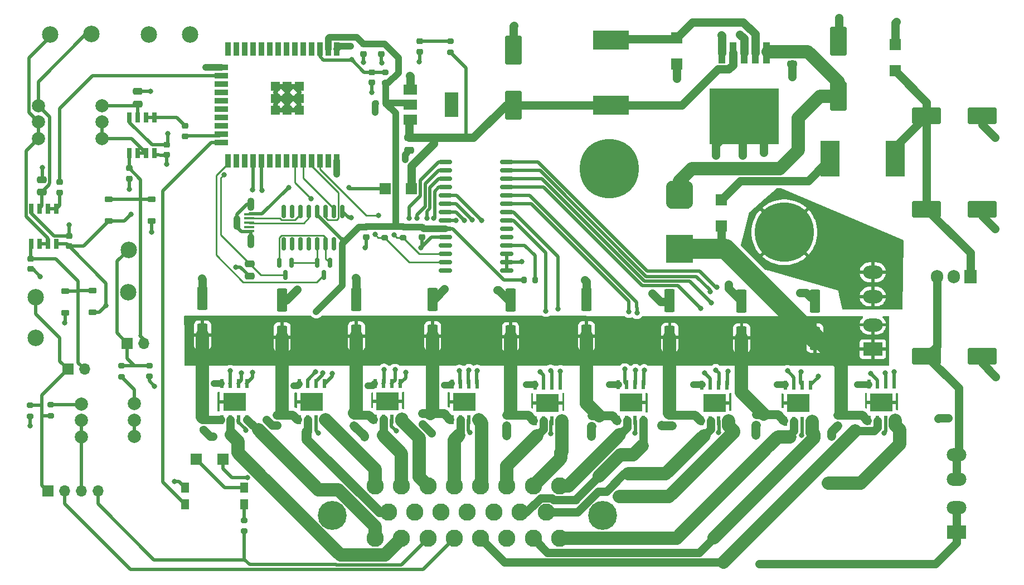
<source format=gbr>
%TF.GenerationSoftware,KiCad,Pcbnew,7.0.9*%
%TF.CreationDate,2024-11-07T18:52:40-06:00*%
%TF.ProjectId,RC17,52433137-2e6b-4696-9361-645f70636258,rev?*%
%TF.SameCoordinates,Original*%
%TF.FileFunction,Copper,L1,Top*%
%TF.FilePolarity,Positive*%
%FSLAX46Y46*%
G04 Gerber Fmt 4.6, Leading zero omitted, Abs format (unit mm)*
G04 Created by KiCad (PCBNEW 7.0.9) date 2024-11-07 18:52:40*
%MOMM*%
%LPD*%
G01*
G04 APERTURE LIST*
G04 Aperture macros list*
%AMRoundRect*
0 Rectangle with rounded corners*
0 $1 Rounding radius*
0 $2 $3 $4 $5 $6 $7 $8 $9 X,Y pos of 4 corners*
0 Add a 4 corners polygon primitive as box body*
4,1,4,$2,$3,$4,$5,$6,$7,$8,$9,$2,$3,0*
0 Add four circle primitives for the rounded corners*
1,1,$1+$1,$2,$3*
1,1,$1+$1,$4,$5*
1,1,$1+$1,$6,$7*
1,1,$1+$1,$8,$9*
0 Add four rect primitives between the rounded corners*
20,1,$1+$1,$2,$3,$4,$5,0*
20,1,$1+$1,$4,$5,$6,$7,0*
20,1,$1+$1,$6,$7,$8,$9,0*
20,1,$1+$1,$8,$9,$2,$3,0*%
G04 Aperture macros list end*
%TA.AperFunction,SMDPad,CuDef*%
%ADD10RoundRect,0.225000X0.375000X-0.225000X0.375000X0.225000X-0.375000X0.225000X-0.375000X-0.225000X0*%
%TD*%
%TA.AperFunction,SMDPad,CuDef*%
%ADD11RoundRect,0.225000X-0.375000X0.225000X-0.375000X-0.225000X0.375000X-0.225000X0.375000X0.225000X0*%
%TD*%
%TA.AperFunction,SMDPad,CuDef*%
%ADD12RoundRect,0.200000X-0.200000X-0.275000X0.200000X-0.275000X0.200000X0.275000X-0.200000X0.275000X0*%
%TD*%
%TA.AperFunction,ComponentPad*%
%ADD13C,2.000000*%
%TD*%
%TA.AperFunction,ComponentPad*%
%ADD14R,1.905000X2.000000*%
%TD*%
%TA.AperFunction,ComponentPad*%
%ADD15O,1.905000X2.000000*%
%TD*%
%TA.AperFunction,SMDPad,CuDef*%
%ADD16RoundRect,0.225000X0.225000X0.250000X-0.225000X0.250000X-0.225000X-0.250000X0.225000X-0.250000X0*%
%TD*%
%TA.AperFunction,SMDPad,CuDef*%
%ADD17RoundRect,0.250000X-1.950000X-1.000000X1.950000X-1.000000X1.950000X1.000000X-1.950000X1.000000X0*%
%TD*%
%TA.AperFunction,SMDPad,CuDef*%
%ADD18RoundRect,0.250000X0.550000X-1.500000X0.550000X1.500000X-0.550000X1.500000X-0.550000X-1.500000X0*%
%TD*%
%TA.AperFunction,SMDPad,CuDef*%
%ADD19RoundRect,0.150000X-0.150000X0.825000X-0.150000X-0.825000X0.150000X-0.825000X0.150000X0.825000X0*%
%TD*%
%TA.AperFunction,SMDPad,CuDef*%
%ADD20RoundRect,0.250000X-0.475000X0.250000X-0.475000X-0.250000X0.475000X-0.250000X0.475000X0.250000X0*%
%TD*%
%TA.AperFunction,SMDPad,CuDef*%
%ADD21R,0.558800X1.460500*%
%TD*%
%TA.AperFunction,SMDPad,CuDef*%
%ADD22R,3.403600X2.717800*%
%TD*%
%TA.AperFunction,SMDPad,CuDef*%
%ADD23RoundRect,0.200000X-0.275000X0.200000X-0.275000X-0.200000X0.275000X-0.200000X0.275000X0.200000X0*%
%TD*%
%TA.AperFunction,SMDPad,CuDef*%
%ADD24R,2.000000X1.500000*%
%TD*%
%TA.AperFunction,SMDPad,CuDef*%
%ADD25R,2.000000X3.800000*%
%TD*%
%TA.AperFunction,SMDPad,CuDef*%
%ADD26R,1.800000X1.800000*%
%TD*%
%TA.AperFunction,SMDPad,CuDef*%
%ADD27R,5.400000X2.900000*%
%TD*%
%TA.AperFunction,SMDPad,CuDef*%
%ADD28RoundRect,0.200000X0.275000X-0.200000X0.275000X0.200000X-0.275000X0.200000X-0.275000X-0.200000X0*%
%TD*%
%TA.AperFunction,SMDPad,CuDef*%
%ADD29RoundRect,0.225000X-0.250000X0.225000X-0.250000X-0.225000X0.250000X-0.225000X0.250000X0.225000X0*%
%TD*%
%TA.AperFunction,SMDPad,CuDef*%
%ADD30R,0.650000X1.500000*%
%TD*%
%TA.AperFunction,SMDPad,CuDef*%
%ADD31R,1.300000X1.500000*%
%TD*%
%TA.AperFunction,ComponentPad*%
%ADD32C,2.625000*%
%TD*%
%TA.AperFunction,ComponentPad*%
%ADD33C,4.395000*%
%TD*%
%TA.AperFunction,ComponentPad*%
%ADD34C,2.500000*%
%TD*%
%TA.AperFunction,SMDPad,CuDef*%
%ADD35R,1.500000X0.450000*%
%TD*%
%TA.AperFunction,ComponentPad*%
%ADD36O,1.100000X2.000000*%
%TD*%
%TA.AperFunction,ComponentPad*%
%ADD37O,1.100000X2.200000*%
%TD*%
%TA.AperFunction,ComponentPad*%
%ADD38C,9.000000*%
%TD*%
%TA.AperFunction,SMDPad,CuDef*%
%ADD39RoundRect,0.225000X0.250000X-0.225000X0.250000X0.225000X-0.250000X0.225000X-0.250000X-0.225000X0*%
%TD*%
%TA.AperFunction,SMDPad,CuDef*%
%ADD40R,1.050000X3.210000*%
%TD*%
%TA.AperFunction,SMDPad,CuDef*%
%ADD41R,10.530000X8.460000*%
%TD*%
%TA.AperFunction,SMDPad,CuDef*%
%ADD42RoundRect,0.218750X0.256250X-0.218750X0.256250X0.218750X-0.256250X0.218750X-0.256250X-0.218750X0*%
%TD*%
%TA.AperFunction,ComponentPad*%
%ADD43R,3.000000X2.000000*%
%TD*%
%TA.AperFunction,ComponentPad*%
%ADD44O,3.000000X2.000000*%
%TD*%
%TA.AperFunction,SMDPad,CuDef*%
%ADD45R,0.900000X2.000000*%
%TD*%
%TA.AperFunction,SMDPad,CuDef*%
%ADD46R,2.000000X0.900000*%
%TD*%
%TA.AperFunction,SMDPad,CuDef*%
%ADD47R,1.330000X1.330000*%
%TD*%
%TA.AperFunction,ComponentPad*%
%ADD48C,0.762000*%
%TD*%
%TA.AperFunction,SMDPad,CuDef*%
%ADD49RoundRect,0.150000X-0.150000X0.587500X-0.150000X-0.587500X0.150000X-0.587500X0.150000X0.587500X0*%
%TD*%
%TA.AperFunction,SMDPad,CuDef*%
%ADD50RoundRect,0.250000X1.000000X-1.950000X1.000000X1.950000X-1.000000X1.950000X-1.000000X-1.950000X0*%
%TD*%
%TA.AperFunction,ComponentPad*%
%ADD51R,1.700000X1.700000*%
%TD*%
%TA.AperFunction,ComponentPad*%
%ADD52O,1.700000X1.700000*%
%TD*%
%TA.AperFunction,SMDPad,CuDef*%
%ADD53RoundRect,1.025000X-1.025000X-1.125000X1.025000X-1.125000X1.025000X1.125000X-1.025000X1.125000X0*%
%TD*%
%TA.AperFunction,SMDPad,CuDef*%
%ADD54R,4.100000X4.300000*%
%TD*%
%TA.AperFunction,SMDPad,CuDef*%
%ADD55RoundRect,0.250000X0.475000X-0.250000X0.475000X0.250000X-0.475000X0.250000X-0.475000X-0.250000X0*%
%TD*%
%TA.AperFunction,SMDPad,CuDef*%
%ADD56R,2.900000X5.400000*%
%TD*%
%TA.AperFunction,SMDPad,CuDef*%
%ADD57RoundRect,0.150000X-0.875000X-0.150000X0.875000X-0.150000X0.875000X0.150000X-0.875000X0.150000X0*%
%TD*%
%TA.AperFunction,ViaPad*%
%ADD58C,0.800000*%
%TD*%
%TA.AperFunction,Conductor*%
%ADD59C,0.508000*%
%TD*%
%TA.AperFunction,Conductor*%
%ADD60C,1.270000*%
%TD*%
%TA.AperFunction,Conductor*%
%ADD61C,2.032000*%
%TD*%
%TA.AperFunction,Conductor*%
%ADD62C,0.254000*%
%TD*%
%TA.AperFunction,Conductor*%
%ADD63C,1.371600*%
%TD*%
%TA.AperFunction,Conductor*%
%ADD64C,1.016000*%
%TD*%
%TA.AperFunction,Conductor*%
%ADD65C,3.048000*%
%TD*%
%TA.AperFunction,Conductor*%
%ADD66C,1.524000*%
%TD*%
G04 APERTURE END LIST*
D10*
%TO.P,D12,1,K*%
%TO.N,+3.3V*%
X37525000Y-54150000D03*
%TO.P,D12,2,A*%
%TO.N,Net-(D12-A)*%
X37525000Y-50850000D03*
%TD*%
D11*
%TO.P,D13,1,K*%
%TO.N,Net-(D12-A)*%
X44000000Y-50895000D03*
%TO.P,D13,2,A*%
%TO.N,GND*%
X44000000Y-54195000D03*
%TD*%
%TO.P,D10,1,K*%
%TO.N,Net-(D10-K)*%
X30875000Y-64825000D03*
%TO.P,D10,2,A*%
%TO.N,GND*%
X30875000Y-68125000D03*
%TD*%
D10*
%TO.P,D9,1,K*%
%TO.N,+3.3V*%
X35052000Y-68083800D03*
%TO.P,D9,2,A*%
%TO.N,Net-(D10-K)*%
X35052000Y-64783800D03*
%TD*%
D12*
%TO.P,R2,2*%
%TO.N,Net-(U1-~{RESET})*%
X102250000Y-63150000D03*
%TO.P,R2,1*%
%TO.N,+3.3V*%
X100600000Y-63150000D03*
%TD*%
D13*
%TO.P,RV4,1,1*%
%TO.N,Net-(U7B--)*%
X36525200Y-41605200D03*
%TO.P,RV4,2,2*%
X36525200Y-39105200D03*
%TO.P,RV4,3,3*%
%TO.N,Net-(U7A-+)*%
X36525200Y-36605200D03*
%TD*%
%TO.P,RV3,1,1*%
%TO.N,Net-(U6B--)*%
X26822400Y-41605200D03*
%TO.P,RV3,2,2*%
X26822400Y-39105200D03*
%TO.P,RV3,3,3*%
%TO.N,Net-(U6A-+)*%
X26822400Y-36605200D03*
%TD*%
%TO.P,RV2,1,1*%
%TO.N,PressureSensor*%
X41452800Y-86944800D03*
%TO.P,RV2,2,2*%
X41452800Y-84444800D03*
%TO.P,RV2,3,3*%
%TO.N,Net-(R11-Pad2)*%
X41452800Y-81944800D03*
%TD*%
%TO.P,RV1,1,1*%
%TO.N,Net-(J3-Pin_3)*%
X33349800Y-86995600D03*
%TO.P,RV1,2,2*%
X33349800Y-84495600D03*
%TO.P,RV1,3,3*%
%TO.N,Net-(R7-Pad2)*%
X33349800Y-81995600D03*
%TD*%
D14*
%TO.P,U5,1,VI*%
%TO.N,Net-(U5-VI)*%
X168372500Y-62615000D03*
D15*
%TO.P,U5,2,GND*%
%TO.N,GND*%
X165832500Y-62615000D03*
%TO.P,U5,3,VO*%
%TO.N,Net-(U5-VO)*%
X163292500Y-62615000D03*
%TD*%
D16*
%TO.P,C24,1*%
%TO.N,Net-(U5-VO)*%
X166607500Y-84175000D03*
%TO.P,C24,2*%
%TO.N,GND*%
X165057500Y-84175000D03*
%TD*%
D17*
%TO.P,C23,1*%
%TO.N,Net-(U5-VO)*%
X161750000Y-74730000D03*
%TO.P,C23,2*%
%TO.N,GND*%
X170150000Y-74730000D03*
%TD*%
%TO.P,C22,1*%
%TO.N,Net-(U5-VI)*%
X161750000Y-52390000D03*
%TO.P,C22,2*%
%TO.N,GND*%
X170150000Y-52390000D03*
%TD*%
%TO.P,C21,1*%
%TO.N,Net-(U5-VI)*%
X161750000Y-38175000D03*
%TO.P,C21,2*%
%TO.N,GND*%
X170150000Y-38175000D03*
%TD*%
D18*
%TO.P,C34,1*%
%TO.N,+12V*%
X133654800Y-71983600D03*
%TO.P,C34,2*%
%TO.N,GND*%
X133654800Y-66383600D03*
%TD*%
D19*
%TO.P,U3,1,GND*%
%TO.N,GND*%
X73020000Y-52700000D03*
%TO.P,U3,2,TXD*%
%TO.N,uC_RX*%
X71750000Y-52700000D03*
%TO.P,U3,3,RXD*%
%TO.N,uC_TX*%
X70480000Y-52700000D03*
%TO.P,U3,4,V3*%
%TO.N,+3.3V*%
X69210000Y-52700000D03*
%TO.P,U3,5,UD+*%
%TO.N,Net-(J1-D+)*%
X67940000Y-52700000D03*
%TO.P,U3,6,UD-*%
%TO.N,Net-(J1-D-)*%
X66670000Y-52700000D03*
%TO.P,U3,7,NC*%
%TO.N,unconnected-(U3-NC-Pad7)*%
X65400000Y-52700000D03*
%TO.P,U3,8,NC*%
%TO.N,unconnected-(U3-NC-Pad8)*%
X64130000Y-52700000D03*
%TO.P,U3,9,~{CTS}*%
%TO.N,unconnected-(U3-~{CTS}-Pad9)*%
X64130000Y-57650000D03*
%TO.P,U3,10,~{DSR}*%
%TO.N,unconnected-(U3-~{DSR}-Pad10)*%
X65400000Y-57650000D03*
%TO.P,U3,11,~{RI}*%
%TO.N,unconnected-(U3-~{RI}-Pad11)*%
X66670000Y-57650000D03*
%TO.P,U3,12,~{DCD}*%
%TO.N,unconnected-(U3-~{DCD}-Pad12)*%
X67940000Y-57650000D03*
%TO.P,U3,13,~{DTR}*%
%TO.N,Net-(Q1-G)*%
X69210000Y-57650000D03*
%TO.P,U3,14,~{RTS}*%
%TO.N,Net-(Q1-S)*%
X70480000Y-57650000D03*
%TO.P,U3,15,R232*%
%TO.N,unconnected-(U3-R232-Pad15)*%
X71750000Y-57650000D03*
%TO.P,U3,16,VCC*%
%TO.N,+3.3V*%
X73020000Y-57650000D03*
%TD*%
D18*
%TO.P,C35,1*%
%TO.N,+12V*%
X144780000Y-71995600D03*
%TO.P,C35,2*%
%TO.N,GND*%
X144780000Y-66395600D03*
%TD*%
D20*
%TO.P,C7,1*%
%TO.N,+5V*%
X83186600Y-41499400D03*
%TO.P,C7,2*%
%TO.N,GND*%
X83186600Y-43399400D03*
%TD*%
D21*
%TO.P,U9,1,IPROPI*%
%TO.N,GND*%
X93472000Y-78981300D03*
%TO.P,U9,2,IN2*%
%TO.N,Net-(U1-GPB6)*%
X92202000Y-78981300D03*
%TO.P,U9,3,IN1*%
%TO.N,Net-(U1-GPB7)*%
X90932000Y-78981300D03*
%TO.P,U9,4,VREF*%
%TO.N,+3.3V*%
X89662000Y-78981300D03*
%TO.P,U9,5,VM*%
%TO.N,+12V*%
X89662000Y-84429600D03*
%TO.P,U9,6,OUT1*%
%TO.N,S5*%
X90932000Y-84429600D03*
%TO.P,U9,7,GND*%
%TO.N,GND*%
X92202000Y-84429600D03*
%TO.P,U9,8,OUT2*%
%TO.N,S6*%
X93472000Y-84429600D03*
D22*
%TO.P,U9,9,EPAD*%
%TO.N,GND*%
X91567000Y-81705450D03*
%TD*%
D23*
%TO.P,R11,1*%
%TO.N,Net-(J12-Pin_1)*%
X39481400Y-76193400D03*
%TO.P,R11,2*%
%TO.N,Net-(R11-Pad2)*%
X39481400Y-77843400D03*
%TD*%
D24*
%TO.P,IC1,1,ADJ/GND*%
%TO.N,GND*%
X83311600Y-34174400D03*
%TO.P,IC1,2,OUTPUT*%
%TO.N,+3.3V*%
X83311600Y-36474400D03*
%TO.P,IC1,3,INPUT*%
%TO.N,+5V*%
X83311600Y-38774400D03*
D25*
%TO.P,IC1,4,VOUT*%
%TO.N,unconnected-(IC1-VOUT-Pad4)*%
X89611600Y-36474400D03*
%TD*%
D26*
%TO.P,D6,1,K*%
%TO.N,WorkSwitch*%
X54832000Y-90424000D03*
%TO.P,D6,2,A*%
%TO.N,Net-(D6-A)*%
X50832000Y-90424000D03*
%TD*%
D27*
%TO.P,L1,1,1*%
%TO.N,Net-(IC2-Output)*%
X113792000Y-26647600D03*
%TO.P,L1,2,2*%
%TO.N,+5V*%
X113792000Y-36547600D03*
%TD*%
D23*
%TO.P,R3,1*%
%TO.N,Net-(D1-A)*%
X89421200Y-26822400D03*
%TO.P,R3,2*%
%TO.N,+5V*%
X89421200Y-28472400D03*
%TD*%
D28*
%TO.P,R4,1*%
%TO.N,+3.3V*%
X79502000Y-33184600D03*
%TO.P,R4,2*%
%TO.N,uC_EN*%
X79502000Y-31534600D03*
%TD*%
D29*
%TO.P,C27,1*%
%TO.N,+12V*%
X85242400Y-83502200D03*
%TO.P,C27,2*%
%TO.N,GND*%
X85242400Y-85052200D03*
%TD*%
%TO.P,C14,1*%
%TO.N,GND*%
X31475000Y-56425000D03*
%TO.P,C14,2*%
%TO.N,+3.3V*%
X31475000Y-57975000D03*
%TD*%
D30*
%TO.P,U7,1*%
%TO.N,Net-(U7A--)*%
X44492400Y-38445400D03*
%TO.P,U7,2,-*%
X43222400Y-38445400D03*
%TO.P,U7,3,+*%
%TO.N,Net-(U7A-+)*%
X41952400Y-38445400D03*
%TO.P,U7,4,V-*%
%TO.N,GND*%
X40682400Y-38445400D03*
%TO.P,U7,5,+*%
%TO.N,Net-(D12-A)*%
X40682400Y-43845400D03*
%TO.P,U7,6,-*%
%TO.N,Net-(U7B--)*%
X41952400Y-43845400D03*
%TO.P,U7,7*%
X43222400Y-43845400D03*
%TO.P,U7,8,V+*%
%TO.N,+3.3V*%
X44492400Y-43845400D03*
%TD*%
D28*
%TO.P,R7,1*%
%TO.N,Net-(J3-Pin_1)*%
X28702000Y-83796600D03*
%TO.P,R7,2*%
%TO.N,Net-(R7-Pad2)*%
X28702000Y-82146600D03*
%TD*%
D29*
%TO.P,C11,1*%
%TO.N,+3.3V*%
X78950000Y-27225000D03*
%TO.P,C11,2*%
%TO.N,GND*%
X78950000Y-28775000D03*
%TD*%
D31*
%TO.P,U16,1*%
%TO.N,Net-(R13-Pad2)*%
X58115200Y-97297200D03*
%TO.P,U16,2*%
%TO.N,Net-(D6-A)*%
X58115200Y-94757200D03*
%TO.P,U16,3*%
%TO.N,GND*%
X49115200Y-94757200D03*
%TO.P,U16,4*%
%TO.N,WorkSwitchPin*%
X49115200Y-97297200D03*
%TD*%
D18*
%TO.P,C16,1*%
%TO.N,+12V*%
X63858800Y-71829566D03*
%TO.P,C16,2*%
%TO.N,GND*%
X63858800Y-66229566D03*
%TD*%
D32*
%TO.P,J2,1,1*%
%TO.N,S2*%
X78000000Y-94457200D03*
%TO.P,J2,2,2*%
%TO.N,S3*%
X82000000Y-94457200D03*
%TO.P,J2,3,3*%
%TO.N,S4*%
X86000000Y-94457200D03*
%TO.P,J2,4,4*%
%TO.N,S5*%
X90000000Y-94457200D03*
%TO.P,J2,5,5*%
%TO.N,S6*%
X94000000Y-94457200D03*
%TO.P,J2,6,6*%
%TO.N,S7*%
X98000000Y-94457200D03*
%TO.P,J2,7,7*%
%TO.N,S8*%
X102000000Y-94457200D03*
%TO.P,J2,8,8*%
%TO.N,S9*%
X106000000Y-94457200D03*
%TO.P,J2,9,9*%
%TO.N,S1*%
X80000000Y-98457200D03*
%TO.P,J2,10,10*%
%TO.N,PressureSensor*%
X84000000Y-98457200D03*
%TO.P,J2,11,11*%
%TO.N,WorkSwitch*%
X88000000Y-98457200D03*
%TO.P,J2,12,12*%
%TO.N,GND*%
X92000000Y-98457200D03*
%TO.P,J2,13,13*%
%TO.N,S16*%
X96000000Y-98457200D03*
%TO.P,J2,14,14*%
%TO.N,S10*%
X100000000Y-98457200D03*
%TO.P,J2,15,15*%
%TO.N,S11*%
X104000000Y-98457200D03*
%TO.P,J2,16,16*%
%TO.N,M1B*%
X78000000Y-102457200D03*
%TO.P,J2,17,17*%
%TO.N,M1A*%
X82000000Y-102457200D03*
%TO.P,J2,18,18*%
%TO.N,+5VA*%
X86000000Y-102457200D03*
%TO.P,J2,19,19*%
%TO.N,FlowSensor*%
X90000000Y-102457200D03*
%TO.P,J2,20,20*%
%TO.N,S15*%
X94000000Y-102457200D03*
%TO.P,J2,21,21*%
%TO.N,S12*%
X98000000Y-102457200D03*
%TO.P,J2,22,22*%
%TO.N,S14*%
X102000000Y-102457200D03*
%TO.P,J2,23,23*%
%TO.N,S13*%
X106000000Y-102457200D03*
D33*
%TO.P,J2,MH1,MH1*%
%TO.N,unconnected-(J2-PadMH1)*%
X71500000Y-98957200D03*
%TO.P,J2,MH2,MH2*%
%TO.N,unconnected-(J2-PadMH2)*%
X112500000Y-98957200D03*
%TD*%
D29*
%TO.P,C32,1*%
%TO.N,+12V*%
X135839200Y-83603800D03*
%TO.P,C32,2*%
%TO.N,GND*%
X135839200Y-85153800D03*
%TD*%
D21*
%TO.P,U12,1,IPROPI*%
%TO.N,GND*%
X156794200Y-79013050D03*
%TO.P,U12,2,IN2*%
%TO.N,Net-(U1-GPA7)*%
X155524200Y-79013050D03*
%TO.P,U12,3,IN1*%
%TO.N,Net-(U1-GPA6)*%
X154254200Y-79013050D03*
%TO.P,U12,4,VREF*%
%TO.N,+3.3V*%
X152984200Y-79013050D03*
%TO.P,U12,5,VM*%
%TO.N,+12V*%
X152984200Y-84461350D03*
%TO.P,U12,6,OUT1*%
%TO.N,S15*%
X154254200Y-84461350D03*
%TO.P,U12,7,GND*%
%TO.N,GND*%
X155524200Y-84461350D03*
%TO.P,U12,8,OUT2*%
%TO.N,S16*%
X156794200Y-84461350D03*
D22*
%TO.P,U12,9,EPAD*%
%TO.N,GND*%
X154889200Y-81737200D03*
%TD*%
D29*
%TO.P,C33,1*%
%TO.N,+12V*%
X148285200Y-83756200D03*
%TO.P,C33,2*%
%TO.N,GND*%
X148285200Y-85306200D03*
%TD*%
%TO.P,C37,1*%
%TO.N,+12V*%
X123088400Y-83705400D03*
%TO.P,C37,2*%
%TO.N,GND*%
X123088400Y-85255400D03*
%TD*%
%TO.P,C36,1*%
%TO.N,+12V*%
X110896400Y-83807000D03*
%TO.P,C36,2*%
%TO.N,GND*%
X110896400Y-85357000D03*
%TD*%
D21*
%TO.P,U11,1,IPROPI*%
%TO.N,GND*%
X144145000Y-79165450D03*
%TO.P,U11,2,IN2*%
%TO.N,Net-(U1-GPA5)*%
X142875000Y-79165450D03*
%TO.P,U11,3,IN1*%
%TO.N,Net-(U1-GPA4)*%
X141605000Y-79165450D03*
%TO.P,U11,4,VREF*%
%TO.N,+3.3V*%
X140335000Y-79165450D03*
%TO.P,U11,5,VM*%
%TO.N,+12V*%
X140335000Y-84613750D03*
%TO.P,U11,6,OUT1*%
%TO.N,S13*%
X141605000Y-84613750D03*
%TO.P,U11,7,GND*%
%TO.N,GND*%
X142875000Y-84613750D03*
%TO.P,U11,8,OUT2*%
%TO.N,S14*%
X144145000Y-84613750D03*
D22*
%TO.P,U11,9,EPAD*%
%TO.N,GND*%
X142240000Y-81889600D03*
%TD*%
D29*
%TO.P,C25,1*%
%TO.N,+12V*%
X74879200Y-83705400D03*
%TO.P,C25,2*%
%TO.N,GND*%
X74879200Y-85255400D03*
%TD*%
D34*
%TO.P,TP3,1,1*%
%TO.N,GND*%
X26466800Y-71948000D03*
%TD*%
%TO.P,TP6,1,1*%
%TO.N,Net-(U7A-+)*%
X49885600Y-25806400D03*
%TD*%
D35*
%TO.P,J1,1,VBUS*%
%TO.N,Net-(D5-A)*%
X58895000Y-53125000D03*
%TO.P,J1,2,D-*%
%TO.N,Net-(J1-D-)*%
X58895000Y-53775000D03*
%TO.P,J1,3,D+*%
%TO.N,Net-(J1-D+)*%
X58895000Y-54425000D03*
%TO.P,J1,4,ID*%
%TO.N,unconnected-(J1-ID-Pad4)*%
X58895000Y-55075000D03*
%TO.P,J1,5,GND*%
%TO.N,GND*%
X58895000Y-55725000D03*
D36*
%TO.P,J1,S1,SHIELD*%
X59145000Y-51625000D03*
D37*
%TO.P,J1,S2,SHIELD*%
X59145000Y-57225000D03*
%TO.P,J1,S3,SHIELD*%
X56995000Y-54425000D03*
%TD*%
D38*
%TO.P,J5,1,Pin_1*%
%TO.N,Net-(J5-Pin_1)*%
X140150000Y-55875000D03*
%TD*%
D21*
%TO.P,U17,1,IPROPI*%
%TO.N,GND*%
X58521600Y-78930500D03*
%TO.P,U17,2,IN2*%
%TO.N,M1_IN2*%
X57251600Y-78930500D03*
%TO.P,U17,3,IN1*%
%TO.N,M1_IN1*%
X55981600Y-78930500D03*
%TO.P,U17,4,VREF*%
%TO.N,+3.3V*%
X54711600Y-78930500D03*
%TO.P,U17,5,VM*%
%TO.N,+12V*%
X54711600Y-84378800D03*
%TO.P,U17,6,OUT1*%
%TO.N,M1A*%
X55981600Y-84378800D03*
%TO.P,U17,7,GND*%
%TO.N,GND*%
X57251600Y-84378800D03*
%TO.P,U17,8,OUT2*%
%TO.N,M1B*%
X58521600Y-84378800D03*
D22*
%TO.P,U17,9,EPAD*%
%TO.N,GND*%
X56616600Y-81654650D03*
%TD*%
D16*
%TO.P,C5,1*%
%TO.N,+3.3V*%
X79629600Y-36271200D03*
%TO.P,C5,2*%
%TO.N,GND*%
X78079600Y-36271200D03*
%TD*%
D20*
%TO.P,C8,1*%
%TO.N,Net-(D3-K)*%
X141289400Y-28393050D03*
%TO.P,C8,2*%
%TO.N,GND*%
X141289400Y-30293050D03*
%TD*%
D34*
%TO.P,TP8,1,1*%
%TO.N,Net-(U6A-+)*%
X34899600Y-25755600D03*
%TD*%
D23*
%TO.P,R5,1*%
%TO.N,+3.3V*%
X82250000Y-55050000D03*
%TO.P,R5,2*%
%TO.N,SCL*%
X82250000Y-56700000D03*
%TD*%
D39*
%TO.P,R9,1*%
%TO.N,PressurePin*%
X49123600Y-41262600D03*
%TO.P,R9,2*%
%TO.N,Net-(U7A--)*%
X49123600Y-39712600D03*
%TD*%
D34*
%TO.P,TP7,1,1*%
%TO.N,Net-(U6B--)*%
X28600400Y-25806400D03*
%TD*%
D29*
%TO.P,C19,1*%
%TO.N,GND*%
X46362400Y-42570400D03*
%TO.P,C19,2*%
%TO.N,+3.3V*%
X46362400Y-44120400D03*
%TD*%
D28*
%TO.P,R13,1*%
%TO.N,+5VA*%
X58125000Y-101350000D03*
%TO.P,R13,2*%
%TO.N,Net-(R13-Pad2)*%
X58125000Y-99700000D03*
%TD*%
D23*
%TO.P,R6,1*%
%TO.N,+3.3V*%
X79425000Y-55050000D03*
%TO.P,R6,2*%
%TO.N,SDA*%
X79425000Y-56700000D03*
%TD*%
D40*
%TO.P,IC2,1,VIN*%
%TO.N,Net-(D3-K)*%
X137415800Y-28627800D03*
%TO.P,IC2,2,Output*%
%TO.N,Net-(IC2-Output)*%
X135715800Y-28627800D03*
%TO.P,IC2,3,GND*%
%TO.N,GND*%
X134015800Y-28627800D03*
%TO.P,IC2,4,Feedback*%
%TO.N,+5V*%
X132315800Y-28627800D03*
%TO.P,IC2,5,On/Off*%
%TO.N,GND*%
X130615800Y-28627800D03*
D41*
%TO.P,IC2,6,GND_1*%
X134015800Y-38257800D03*
%TD*%
D26*
%TO.P,D5,1,K*%
%TO.N,+5V*%
X83525000Y-49225000D03*
%TO.P,D5,2,A*%
%TO.N,Net-(D5-A)*%
X79525000Y-49225000D03*
%TD*%
D21*
%TO.P,U14,1,IPROPI*%
%TO.N,GND*%
X131445000Y-79114650D03*
%TO.P,U14,2,IN2*%
%TO.N,Net-(U1-GPA3)*%
X130175000Y-79114650D03*
%TO.P,U14,3,IN1*%
%TO.N,Net-(U1-GPA2)*%
X128905000Y-79114650D03*
%TO.P,U14,4,VREF*%
%TO.N,+3.3V*%
X127635000Y-79114650D03*
%TO.P,U14,5,VM*%
%TO.N,+12V*%
X127635000Y-84562950D03*
%TO.P,U14,6,OUT1*%
%TO.N,S11*%
X128905000Y-84562950D03*
%TO.P,U14,7,GND*%
%TO.N,GND*%
X130175000Y-84562950D03*
%TO.P,U14,8,OUT2*%
%TO.N,S12*%
X131445000Y-84562950D03*
D22*
%TO.P,U14,9,EPAD*%
%TO.N,GND*%
X129540000Y-81838800D03*
%TD*%
D18*
%TO.P,C39,1*%
%TO.N,+12V*%
X122732800Y-71894000D03*
%TO.P,C39,2*%
%TO.N,GND*%
X122732800Y-66294000D03*
%TD*%
D21*
%TO.P,U13,1,IPROPI*%
%TO.N,GND*%
X118745000Y-79063850D03*
%TO.P,U13,2,IN2*%
%TO.N,Net-(U1-GPA1)*%
X117475000Y-79063850D03*
%TO.P,U13,3,IN1*%
%TO.N,Net-(U1-GPA0)*%
X116205000Y-79063850D03*
%TO.P,U13,4,VREF*%
%TO.N,+3.3V*%
X114935000Y-79063850D03*
%TO.P,U13,5,VM*%
%TO.N,+12V*%
X114935000Y-84512150D03*
%TO.P,U13,6,OUT1*%
%TO.N,S9*%
X116205000Y-84512150D03*
%TO.P,U13,7,GND*%
%TO.N,GND*%
X117475000Y-84512150D03*
%TO.P,U13,8,OUT2*%
%TO.N,S10*%
X118745000Y-84512150D03*
D22*
%TO.P,U13,9,EPAD*%
%TO.N,GND*%
X116840000Y-81788000D03*
%TD*%
D29*
%TO.P,C9,1*%
%TO.N,+3.3V*%
X76200000Y-27225000D03*
%TO.P,C9,2*%
%TO.N,GND*%
X76200000Y-28775000D03*
%TD*%
%TO.P,C3,1*%
%TO.N,+3.3V*%
X76600000Y-55100000D03*
%TO.P,C3,2*%
%TO.N,GND*%
X76600000Y-56650000D03*
%TD*%
D26*
%TO.P,D4,1,K*%
%TO.N,Net-(D4-K)*%
X130556000Y-50933600D03*
%TO.P,D4,2,A*%
%TO.N,+12V*%
X130556000Y-54933600D03*
%TD*%
D28*
%TO.P,R12,1*%
%TO.N,GND*%
X43675000Y-77825000D03*
%TO.P,R12,2*%
%TO.N,Net-(J12-Pin_1)*%
X43675000Y-76175000D03*
%TD*%
D29*
%TO.P,C15,1*%
%TO.N,+12V*%
X63119200Y-83675800D03*
%TO.P,C15,2*%
%TO.N,GND*%
X63119200Y-85225800D03*
%TD*%
D42*
%TO.P,D1,1,K*%
%TO.N,GND*%
X84721200Y-28397400D03*
%TO.P,D1,2,A*%
%TO.N,Net-(D1-A)*%
X84721200Y-26822400D03*
%TD*%
D29*
%TO.P,C31,1*%
%TO.N,+3.3V*%
X85075000Y-55100000D03*
%TO.P,C31,2*%
%TO.N,GND*%
X85075000Y-56650000D03*
%TD*%
%TO.P,C40,1*%
%TO.N,+12V*%
X51866800Y-84365800D03*
%TO.P,C40,2*%
%TO.N,GND*%
X51866800Y-85915800D03*
%TD*%
D43*
%TO.P,F2,1*%
%TO.N,+5VA*%
X166277500Y-101455000D03*
D44*
X166277500Y-97755000D03*
%TO.P,F2,2*%
%TO.N,Net-(U5-VO)*%
X166277500Y-93455000D03*
X166277500Y-89755000D03*
%TD*%
D18*
%TO.P,C30,1*%
%TO.N,+12V*%
X98552000Y-71792400D03*
%TO.P,C30,2*%
%TO.N,GND*%
X98552000Y-66192400D03*
%TD*%
D20*
%TO.P,C4,1*%
%TO.N,uC_EN*%
X58930000Y-60675000D03*
%TO.P,C4,2*%
%TO.N,GND*%
X58930000Y-62575000D03*
%TD*%
D45*
%TO.P,U15,1,GND*%
%TO.N,GND*%
X72136000Y-28024000D03*
%TO.P,U15,2,3V3*%
%TO.N,+3.3V*%
X70866000Y-28024000D03*
%TO.P,U15,3,EN*%
%TO.N,uC_EN*%
X69596000Y-28024000D03*
%TO.P,U15,4,SENSOR_VP*%
%TO.N,unconnected-(U15-SENSOR_VP-Pad4)*%
X68326000Y-28024000D03*
%TO.P,U15,5,SENSOR_VN*%
%TO.N,unconnected-(U15-SENSOR_VN-Pad5)*%
X67056000Y-28024000D03*
%TO.P,U15,6,I034*%
%TO.N,unconnected-(U15-I034-Pad6)*%
X65786000Y-28024000D03*
%TO.P,U15,7,I035*%
%TO.N,unconnected-(U15-I035-Pad7)*%
X64516000Y-28024000D03*
%TO.P,U15,8,I032*%
%TO.N,unconnected-(U15-I032-Pad8)*%
X63246000Y-28024000D03*
%TO.P,U15,9,I033*%
%TO.N,unconnected-(U15-I033-Pad9)*%
X61976000Y-28024000D03*
%TO.P,U15,10,I025*%
%TO.N,unconnected-(U15-I025-Pad10)*%
X60706000Y-28024000D03*
%TO.P,U15,11,I026*%
%TO.N,unconnected-(U15-I026-Pad11)*%
X59436000Y-28024000D03*
%TO.P,U15,12,IO27*%
%TO.N,unconnected-(U15-IO27-Pad12)*%
X58166000Y-28024000D03*
%TO.P,U15,13,IO14*%
%TO.N,unconnected-(U15-IO14-Pad13)*%
X56896000Y-28024000D03*
%TO.P,U15,14,IO12*%
%TO.N,unconnected-(U15-IO12-Pad14)*%
X55626000Y-28024000D03*
D46*
%TO.P,U15,15,GND*%
%TO.N,GND*%
X54626000Y-30809000D03*
%TO.P,U15,16,IO13*%
%TO.N,FlowPin*%
X54626000Y-32079000D03*
%TO.P,U15,17,SHD/SD2*%
%TO.N,unconnected-(U15-SHD{slash}SD2-Pad17)*%
X54626000Y-33349000D03*
%TO.P,U15,18,SWP/SD3*%
%TO.N,unconnected-(U15-SWP{slash}SD3-Pad18)*%
X54626000Y-34619000D03*
%TO.P,U15,19,SCS/CMD*%
%TO.N,unconnected-(U15-SCS{slash}CMD-Pad19)*%
X54626000Y-35889000D03*
%TO.P,U15,20,SCL/CLK*%
%TO.N,unconnected-(U15-SCL{slash}CLK-Pad20)*%
X54626000Y-37159000D03*
%TO.P,U15,21,SDO/SD0*%
%TO.N,unconnected-(U15-SDO{slash}SD0-Pad21)*%
X54626000Y-38429000D03*
%TO.P,U15,22,SD1/SD1*%
%TO.N,unconnected-(U15-SD1{slash}SD1-Pad22)*%
X54626000Y-39699000D03*
%TO.P,U15,23,IO15*%
%TO.N,PressurePin*%
X54626000Y-40969000D03*
%TO.P,U15,24,IO2*%
%TO.N,WorkSwitchPin*%
X54626000Y-42239000D03*
D45*
%TO.P,U15,25,IO0*%
%TO.N,Net-(Q2-D)*%
X55626000Y-45024000D03*
%TO.P,U15,26,IO4*%
%TO.N,unconnected-(U15-IO4-Pad26)*%
X56896000Y-45024000D03*
%TO.P,U15,27,IO16*%
%TO.N,unconnected-(U15-IO16-Pad27)*%
X58166000Y-45024000D03*
%TO.P,U15,28,IO17*%
%TO.N,M1_IN1*%
X59436000Y-45024000D03*
%TO.P,U15,29,IO5*%
%TO.N,M1_IN2*%
X60706000Y-45024000D03*
%TO.P,U15,30,IO18*%
%TO.N,unconnected-(U15-IO18-Pad30)*%
X61976000Y-45024000D03*
%TO.P,U15,31,IO19*%
%TO.N,unconnected-(U15-IO19-Pad31)*%
X63246000Y-45024000D03*
%TO.P,U15,32*%
%TO.N,N/C*%
X64516000Y-45024000D03*
%TO.P,U15,33,IO21*%
%TO.N,SDA*%
X65786000Y-45024000D03*
%TO.P,U15,34,RXD0*%
%TO.N,uC_RX*%
X67056000Y-45024000D03*
%TO.P,U15,35,TXD0*%
%TO.N,uC_TX*%
X68326000Y-45024000D03*
%TO.P,U15,36,IO22*%
%TO.N,SCL*%
X69596000Y-45024000D03*
%TO.P,U15,37,IO23*%
%TO.N,unconnected-(U15-IO23-Pad37)*%
X70866000Y-45024000D03*
%TO.P,U15,38,GND*%
%TO.N,GND*%
X72136000Y-45024000D03*
D47*
%TO.P,U15,G.1,GND*%
X66471000Y-37359000D03*
%TO.P,U15,G.2,GND*%
X66471000Y-35524000D03*
%TO.P,U15,G.4,GND*%
X66471000Y-33689000D03*
%TO.P,U15,G.5,GND*%
X64636000Y-37359000D03*
%TO.P,U15,G.6,GND*%
X64636000Y-35524000D03*
%TO.P,U15,G.7,GND*%
X64636000Y-33689000D03*
%TO.P,U15,G.8,GND*%
X62801000Y-37359000D03*
%TO.P,U15,G.9,GND*%
X62801000Y-35524000D03*
%TO.P,U15,G.10,GND*%
X62801000Y-33689000D03*
D48*
%TO.P,U15,G.11,GND*%
X66471000Y-36441500D03*
%TO.P,U15,G.12,GND*%
X66471000Y-34606500D03*
%TO.P,U15,G.13,GND*%
X65553500Y-37359000D03*
%TO.P,U15,G.14,GND*%
X65553500Y-35524000D03*
%TO.P,U15,G.15,GND*%
X65553500Y-33689000D03*
%TO.P,U15,G.16,GND*%
X64636000Y-36441500D03*
%TO.P,U15,G.17,GND*%
X64636000Y-34606500D03*
%TO.P,U15,G.18,GND*%
X63718500Y-37359000D03*
%TO.P,U15,G.19,GND*%
X63718500Y-35524000D03*
%TO.P,U15,G.20,GND*%
X63718500Y-33689000D03*
%TO.P,U15,G.21,GND*%
X62801000Y-36441500D03*
%TO.P,U15,G.22,GND*%
X62801000Y-34606500D03*
%TD*%
D18*
%TO.P,C38,1*%
%TO.N,+12V*%
X110083600Y-71684800D03*
%TO.P,C38,2*%
%TO.N,GND*%
X110083600Y-66084800D03*
%TD*%
%TO.P,C26,1*%
%TO.N,+12V*%
X75133200Y-71690800D03*
%TO.P,C26,2*%
%TO.N,GND*%
X75133200Y-66090800D03*
%TD*%
D34*
%TO.P,TP5,1,1*%
%TO.N,Net-(U7B--)*%
X43586400Y-25806400D03*
%TD*%
D38*
%TO.P,J6,1,Pin_1*%
%TO.N,GND*%
X113588800Y-46228000D03*
%TD*%
D49*
%TO.P,Q1,1,G*%
%TO.N,Net-(Q1-G)*%
X65295000Y-60512500D03*
%TO.P,Q1,2,S*%
%TO.N,Net-(Q1-S)*%
X63395000Y-60512500D03*
%TO.P,Q1,3,D*%
%TO.N,uC_EN*%
X64345000Y-62387500D03*
%TD*%
D50*
%TO.P,C12,1*%
%TO.N,+5V*%
X98958400Y-36559600D03*
%TO.P,C12,2*%
%TO.N,GND*%
X98958400Y-28159600D03*
%TD*%
D18*
%TO.P,C29,1*%
%TO.N,+12V*%
X86715600Y-71684800D03*
%TO.P,C29,2*%
%TO.N,GND*%
X86715600Y-66084800D03*
%TD*%
D34*
%TO.P,TP1,1,1*%
%TO.N,Net-(J12-Pin_1)*%
X40538400Y-58536800D03*
%TD*%
D29*
%TO.P,C28,1*%
%TO.N,+12V*%
X98044000Y-83756200D03*
%TO.P,C28,2*%
%TO.N,GND*%
X98044000Y-85306200D03*
%TD*%
D18*
%TO.P,C41,1*%
%TO.N,+12V*%
X51765200Y-71538400D03*
%TO.P,C41,2*%
%TO.N,GND*%
X51765200Y-65938400D03*
%TD*%
D51*
%TO.P,J4,1,Pin_1*%
%TO.N,Net-(J3-Pin_1)*%
X31343600Y-76723200D03*
D52*
%TO.P,J4,2,Pin_2*%
%TO.N,Net-(D10-K)*%
X33883600Y-76723200D03*
%TD*%
D53*
%TO.P,D3,1,K*%
%TO.N,Net-(D3-K)*%
X124206000Y-50205200D03*
D54*
%TO.P,D3,2,A*%
%TO.N,+12V*%
X124206000Y-58405200D03*
%TD*%
D21*
%TO.P,U8,1,IPROPI*%
%TO.N,GND*%
X81788000Y-78879700D03*
%TO.P,U8,2,IN2*%
%TO.N,Net-(U1-GPB3)*%
X80518000Y-78879700D03*
%TO.P,U8,3,IN1*%
%TO.N,Net-(U1-GPB2)*%
X79248000Y-78879700D03*
%TO.P,U8,4,VREF*%
%TO.N,+3.3V*%
X77978000Y-78879700D03*
%TO.P,U8,5,VM*%
%TO.N,+12V*%
X77978000Y-84328000D03*
%TO.P,U8,6,OUT1*%
%TO.N,S3*%
X79248000Y-84328000D03*
%TO.P,U8,7,GND*%
%TO.N,GND*%
X80518000Y-84328000D03*
%TO.P,U8,8,OUT2*%
%TO.N,S4*%
X81788000Y-84328000D03*
D22*
%TO.P,U8,9,EPAD*%
%TO.N,GND*%
X79883000Y-81603850D03*
%TD*%
D26*
%TO.P,D7,1*%
%TO.N,Net-(U5-VI)*%
X156975000Y-31325000D03*
%TO.P,D7,2*%
%TO.N,GND*%
X156975000Y-27325000D03*
%TD*%
D21*
%TO.P,U4,1,IPROPI*%
%TO.N,GND*%
X70256400Y-78930500D03*
%TO.P,U4,2,IN2*%
%TO.N,Net-(U1-GPB1)*%
X68986400Y-78930500D03*
%TO.P,U4,3,IN1*%
%TO.N,Net-(U1-GPB0)*%
X67716400Y-78930500D03*
%TO.P,U4,4,VREF*%
%TO.N,+3.3V*%
X66446400Y-78930500D03*
%TO.P,U4,5,VM*%
%TO.N,+12V*%
X66446400Y-84378800D03*
%TO.P,U4,6,OUT1*%
%TO.N,S1*%
X67716400Y-84378800D03*
%TO.P,U4,7,GND*%
%TO.N,GND*%
X68986400Y-84378800D03*
%TO.P,U4,8,OUT2*%
%TO.N,S2*%
X70256400Y-84378800D03*
D22*
%TO.P,U4,9,EPAD*%
%TO.N,GND*%
X68351400Y-81654650D03*
%TD*%
D29*
%TO.P,C20,1*%
%TO.N,Net-(D12-A)*%
X40637400Y-46145400D03*
%TO.P,C20,2*%
%TO.N,GND*%
X40637400Y-47695400D03*
%TD*%
%TO.P,C6,1*%
%TO.N,uC_EN*%
X77470000Y-31571600D03*
%TO.P,C6,2*%
%TO.N,GND*%
X77470000Y-33121600D03*
%TD*%
D49*
%TO.P,Q2,1,G*%
%TO.N,Net-(Q1-S)*%
X71120000Y-60525000D03*
%TO.P,Q2,2,S*%
%TO.N,Net-(Q1-G)*%
X69220000Y-60525000D03*
%TO.P,Q2,3,D*%
%TO.N,Net-(Q2-D)*%
X70170000Y-62400000D03*
%TD*%
D26*
%TO.P,D2,1*%
%TO.N,Net-(IC2-Output)*%
X123799600Y-26295600D03*
%TO.P,D2,2*%
%TO.N,GND*%
X123799600Y-30295600D03*
%TD*%
D55*
%TO.P,C18,1*%
%TO.N,Net-(U7A-+)*%
X41910000Y-36372800D03*
%TO.P,C18,2*%
%TO.N,GND*%
X41910000Y-34472800D03*
%TD*%
D56*
%TO.P,L2,1,1*%
%TO.N,Net-(D4-K)*%
X147100000Y-44700000D03*
%TO.P,L2,2,2*%
%TO.N,Net-(U5-VI)*%
X157000000Y-44700000D03*
%TD*%
D51*
%TO.P,J3,1,Pin_1*%
%TO.N,Net-(J3-Pin_1)*%
X28250000Y-95225000D03*
D52*
%TO.P,J3,2,Pin_2*%
%TO.N,FlowSensor*%
X30790000Y-95225000D03*
%TO.P,J3,3,Pin_3*%
%TO.N,Net-(J3-Pin_3)*%
X33330000Y-95225000D03*
%TO.P,J3,4,Pin_4*%
%TO.N,+5VA*%
X35870000Y-95225000D03*
%TD*%
D57*
%TO.P,U1,28,GPA7*%
%TO.N,Net-(U1-GPA7)*%
X97975000Y-45195000D03*
%TO.P,U1,27,GPA6*%
%TO.N,Net-(U1-GPA6)*%
X97975000Y-46465000D03*
%TO.P,U1,26,GPA5*%
%TO.N,Net-(U1-GPA5)*%
X97975000Y-47735000D03*
%TO.P,U1,25,GPA4*%
%TO.N,Net-(U1-GPA4)*%
X97975000Y-49005000D03*
%TO.P,U1,24,GPA3*%
%TO.N,Net-(U1-GPA3)*%
X97975000Y-50275000D03*
%TO.P,U1,23,GPA2*%
%TO.N,Net-(U1-GPA2)*%
X97975000Y-51545000D03*
%TO.P,U1,22,GPA1*%
%TO.N,Net-(U1-GPA1)*%
X97975000Y-52815000D03*
%TO.P,U1,21,GPA0*%
%TO.N,Net-(U1-GPA0)*%
X97975000Y-54085000D03*
%TO.P,U1,20,INTA*%
%TO.N,unconnected-(U1-INTA-Pad20)*%
X97975000Y-55355000D03*
%TO.P,U1,19,INTB*%
%TO.N,unconnected-(U1-INTB-Pad19)*%
X97975000Y-56625000D03*
%TO.P,U1,18,~{RESET}*%
%TO.N,Net-(U1-~{RESET})*%
X97975000Y-57895000D03*
%TO.P,U1,17,A2*%
%TO.N,GND*%
X97975000Y-59165000D03*
%TO.P,U1,16,A1*%
X97975000Y-60435000D03*
%TO.P,U1,15,A0*%
X97975000Y-61705000D03*
%TO.P,U1,14,NC*%
%TO.N,unconnected-(U1-NC-Pad14)*%
X88675000Y-61705000D03*
%TO.P,U1,13,SDA*%
%TO.N,SDA*%
X88675000Y-60435000D03*
%TO.P,U1,12,SCK*%
%TO.N,SCL*%
X88675000Y-59165000D03*
%TO.P,U1,11,NC*%
%TO.N,unconnected-(U1-NC-Pad11)*%
X88675000Y-57895000D03*
%TO.P,U1,10,VSS*%
%TO.N,GND*%
X88675000Y-56625000D03*
%TO.P,U1,9,VDD*%
%TO.N,+3.3V*%
X88675000Y-55355000D03*
%TO.P,U1,8,GPB7*%
%TO.N,Net-(U1-GPB7)*%
X88675000Y-54085000D03*
%TO.P,U1,7,GPB6*%
%TO.N,Net-(U1-GPB6)*%
X88675000Y-52815000D03*
%TO.P,U1,6,GPB5*%
%TO.N,Net-(U1-GPB5)*%
X88675000Y-51545000D03*
%TO.P,U1,5,GPB4*%
%TO.N,Net-(U1-GPB4)*%
X88675000Y-50275000D03*
%TO.P,U1,4,GPB3*%
%TO.N,Net-(U1-GPB3)*%
X88675000Y-49005000D03*
%TO.P,U1,3,GPB2*%
%TO.N,Net-(U1-GPB2)*%
X88675000Y-47735000D03*
%TO.P,U1,2,GPB1*%
%TO.N,Net-(U1-GPB1)*%
X88675000Y-46465000D03*
%TO.P,U1,1,GPB0*%
%TO.N,Net-(U1-GPB0)*%
X88675000Y-45195000D03*
%TD*%
D43*
%TO.P,F1,1*%
%TO.N,+12V*%
X153568400Y-73660000D03*
D44*
X153568400Y-69960000D03*
%TO.P,F1,2*%
%TO.N,Net-(J5-Pin_1)*%
X153568400Y-65660000D03*
X153568400Y-61960000D03*
%TD*%
D34*
%TO.P,TP2,1,1*%
%TO.N,GND*%
X40487600Y-64988400D03*
%TD*%
D29*
%TO.P,C17,1*%
%TO.N,Net-(D10-K)*%
X25650000Y-59925000D03*
%TO.P,C17,2*%
%TO.N,GND*%
X25650000Y-61475000D03*
%TD*%
D51*
%TO.P,J12,1,Pin_1*%
%TO.N,Net-(J12-Pin_1)*%
X40350000Y-72775000D03*
D52*
%TO.P,J12,2,Pin_2*%
%TO.N,Net-(D12-A)*%
X42890000Y-72775000D03*
%TD*%
D55*
%TO.P,C13,1*%
%TO.N,Net-(U6A-+)*%
X27375000Y-49800000D03*
%TO.P,C13,2*%
%TO.N,GND*%
X27375000Y-47900000D03*
%TD*%
D21*
%TO.P,U10,1,IPROPI*%
%TO.N,GND*%
X106095800Y-79114650D03*
%TO.P,U10,2,IN2*%
%TO.N,Net-(U1-GPB4)*%
X104825800Y-79114650D03*
%TO.P,U10,3,IN1*%
%TO.N,Net-(U1-GPB5)*%
X103555800Y-79114650D03*
%TO.P,U10,4,VREF*%
%TO.N,+3.3V*%
X102285800Y-79114650D03*
%TO.P,U10,5,VM*%
%TO.N,+12V*%
X102285800Y-84562950D03*
%TO.P,U10,6,OUT1*%
%TO.N,S7*%
X103555800Y-84562950D03*
%TO.P,U10,7,GND*%
%TO.N,GND*%
X104825800Y-84562950D03*
%TO.P,U10,8,OUT2*%
%TO.N,S8*%
X106095800Y-84562950D03*
D22*
%TO.P,U10,9,EPAD*%
%TO.N,GND*%
X104190800Y-81838800D03*
%TD*%
D50*
%TO.P,C10,1*%
%TO.N,Net-(D3-K)*%
X148336000Y-35204400D03*
%TO.P,C10,2*%
%TO.N,GND*%
X148336000Y-26804400D03*
%TD*%
D34*
%TO.P,TP4,1,1*%
%TO.N,Net-(J3-Pin_1)*%
X26416000Y-65750400D03*
%TD*%
D29*
%TO.P,R1,1*%
%TO.N,FlowPin*%
X30075000Y-48275000D03*
%TO.P,R1,2*%
%TO.N,Net-(U6A--)*%
X30075000Y-49825000D03*
%TD*%
D28*
%TO.P,R8,1*%
%TO.N,GND*%
X25603200Y-83847400D03*
%TO.P,R8,2*%
%TO.N,Net-(J3-Pin_1)*%
X25603200Y-82197400D03*
%TD*%
D30*
%TO.P,U6,1*%
%TO.N,Net-(U6A--)*%
X29555000Y-52275000D03*
%TO.P,U6,2,-*%
X28285000Y-52275000D03*
%TO.P,U6,3,+*%
%TO.N,Net-(U6A-+)*%
X27015000Y-52275000D03*
%TO.P,U6,4,V-*%
%TO.N,GND*%
X25745000Y-52275000D03*
%TO.P,U6,5,+*%
%TO.N,Net-(D10-K)*%
X25745000Y-57675000D03*
%TO.P,U6,6,-*%
%TO.N,Net-(U6B--)*%
X27015000Y-57675000D03*
%TO.P,U6,7*%
X28285000Y-57675000D03*
%TO.P,U6,8,V+*%
%TO.N,+3.3V*%
X29555000Y-57675000D03*
%TD*%
D58*
%TO.N,GND*%
X163525000Y-84225000D03*
X172250000Y-77875000D03*
X172100000Y-55325000D03*
X172100000Y-41450000D03*
%TO.N,+5VA*%
X136325000Y-106300000D03*
%TO.N,uC_EN*%
X55050000Y-47125000D03*
X74400000Y-29650000D03*
%TO.N,GND*%
X154025600Y-81076800D03*
X99060000Y-24434800D03*
X68351400Y-81654650D03*
X110831381Y-86969776D03*
X67310000Y-80975200D03*
X74300000Y-27575000D03*
X79883000Y-81603850D03*
X51651231Y-62927695D03*
X79044800Y-80975200D03*
X31525000Y-54725000D03*
X142240000Y-81889600D03*
X77495000Y-34646600D03*
X84925000Y-58225000D03*
X52225000Y-30775000D03*
X57505600Y-82346800D03*
X53376705Y-86943133D03*
X90779600Y-81026000D03*
X135805391Y-86768091D03*
X79044798Y-30124400D03*
X47548800Y-93827600D03*
X83236600Y-32049400D03*
X69327632Y-86442712D03*
X44000000Y-55875000D03*
X115976400Y-82448400D03*
X121500000Y-85250000D03*
X91567000Y-81705450D03*
X130403600Y-82525000D03*
X130590400Y-25928800D03*
X79044800Y-82296000D03*
X141274800Y-81229200D03*
X72175000Y-47075000D03*
X137040190Y-43771390D03*
X69342000Y-82296000D03*
X104190800Y-81838800D03*
X56825000Y-61175000D03*
X106125000Y-77000000D03*
X130352800Y-81178400D03*
X46456481Y-40867030D03*
X148461000Y-23279400D03*
X133815800Y-44139550D03*
X76375000Y-86975000D03*
X90728800Y-82400000D03*
X155250000Y-86450000D03*
X55829200Y-82346800D03*
X75014648Y-62786952D03*
X131700000Y-63786000D03*
X80873600Y-82296000D03*
X27400000Y-46075000D03*
X88526021Y-64475874D03*
X55778400Y-81026000D03*
X143154400Y-82550000D03*
X84671200Y-29947400D03*
X80822800Y-80924400D03*
X154889200Y-81737200D03*
X105206800Y-81178400D03*
X82534885Y-44812029D03*
X123799598Y-32485148D03*
X57556400Y-81026000D03*
X157127400Y-23838600D03*
X74325000Y-53675000D03*
X115976400Y-81076800D03*
X116840002Y-81788000D03*
X66147809Y-64616617D03*
X92557600Y-82346800D03*
X71454422Y-77341301D03*
X25575000Y-85350000D03*
X58324580Y-85999045D03*
X131550000Y-77050000D03*
X78028800Y-37642800D03*
X67462400Y-82325000D03*
X92456000Y-80975200D03*
X142475000Y-65075000D03*
X156850000Y-77075000D03*
X145288002Y-77774800D03*
X61519377Y-84380542D03*
X142716545Y-86752373D03*
X141339400Y-32218050D03*
X141325600Y-82600800D03*
X82651348Y-77216196D03*
X93475000Y-76925000D03*
X27113879Y-62607750D03*
X56616600Y-81654650D03*
X105105200Y-82550000D03*
X133390400Y-25803800D03*
X43868798Y-34472800D03*
X81220837Y-86116918D03*
X155752800Y-82397600D03*
X117460000Y-86406802D03*
X129540000Y-81838800D03*
X30825000Y-69700000D03*
X103276400Y-81127600D03*
X97945534Y-86875947D03*
X109800000Y-63125000D03*
X69342000Y-80975200D03*
X155854400Y-81026000D03*
X130145598Y-86303738D03*
X76464026Y-58201937D03*
X40622256Y-49310711D03*
X117703600Y-82499200D03*
X92396503Y-86318934D03*
X44452896Y-79274559D03*
X104674571Y-86527105D03*
X103428800Y-82550000D03*
X118850000Y-76875000D03*
X59381760Y-77153643D03*
X128625600Y-82550000D03*
X120050000Y-65155000D03*
X128625600Y-81178400D03*
X143154400Y-81280000D03*
X129690800Y-44189550D03*
X147346356Y-86893197D03*
X86575000Y-86425000D03*
X154025600Y-82397600D03*
X117754400Y-81127600D03*
X100271903Y-60387763D03*
X76200000Y-30073600D03*
X96500000Y-64625000D03*
%TO.N,+3.3V*%
X88489600Y-79122478D03*
X151225000Y-79100000D03*
X139000000Y-79050000D03*
X37125000Y-67050000D03*
X76907200Y-79221765D03*
X113575000Y-79075000D03*
X69050000Y-67975000D03*
X40875000Y-53125000D03*
X46337400Y-45570400D03*
X65632800Y-79243786D03*
X53539200Y-78874323D03*
X126325000Y-79075000D03*
X100950000Y-79075000D03*
%TO.N,Net-(D5-A)*%
X64875000Y-49050000D03*
X73975000Y-49050000D03*
%TO.N,WorkSwitch*%
X58572735Y-93186816D03*
%TO.N,M1_IN2*%
X60775000Y-49475000D03*
X57675000Y-77250000D03*
%TO.N,M1_IN1*%
X59325000Y-49450000D03*
X55975000Y-76975000D03*
%TO.N,SCL*%
X78500000Y-53325000D03*
X80900000Y-56300000D03*
%TO.N,SDA*%
X77950000Y-56225000D03*
X68225000Y-50800000D03*
%TO.N,S12*%
X115039400Y-96089100D03*
%TO.N,S16*%
X146825000Y-94025000D03*
%TO.N,Net-(U1-GPB0)*%
X68965374Y-77115374D03*
X83191437Y-53720719D03*
%TO.N,Net-(U1-GPB1)*%
X70000000Y-77275000D03*
X84350000Y-53775000D03*
%TO.N,Net-(U1-GPB2)*%
X85850000Y-53750000D03*
X79325000Y-76775000D03*
%TO.N,Net-(U1-GPB3)*%
X81000000Y-76800000D03*
X86874657Y-53748086D03*
%TO.N,Net-(U1-GPB4)*%
X94133615Y-54065217D03*
X104625000Y-76925000D03*
%TO.N,Net-(U1-GPB5)*%
X92725000Y-54000000D03*
X103025000Y-77075000D03*
%TO.N,Net-(U1-GPB6)*%
X92225000Y-76825000D03*
X91506672Y-54098558D03*
%TO.N,Net-(U1-GPB7)*%
X90775000Y-76925000D03*
X90277950Y-54107665D03*
%TO.N,Net-(U1-GPA0)*%
X103925000Y-67850000D03*
X115900000Y-76725000D03*
%TO.N,Net-(U1-GPA1)*%
X105732528Y-67579078D03*
X117525000Y-76825000D03*
%TO.N,Net-(U1-GPA2)*%
X116550000Y-68000000D03*
X128050000Y-77300000D03*
%TO.N,Net-(U1-GPA3)*%
X129725000Y-76825000D03*
X117750000Y-68175000D03*
%TO.N,Net-(U1-GPA4)*%
X140625000Y-76975000D03*
X127400000Y-67475000D03*
%TO.N,Net-(U1-GPA5)*%
X129000000Y-66577449D03*
X142685775Y-77114225D03*
%TO.N,Net-(U1-GPA6)*%
X128850000Y-64925000D03*
X153225000Y-77325000D03*
%TO.N,Net-(U1-GPA7)*%
X155475000Y-77250000D03*
X129850000Y-64250000D03*
%TD*%
D59*
%TO.N,Net-(D12-A)*%
X40637400Y-43890400D02*
X40682400Y-43845400D01*
X40637400Y-46145400D02*
X40637400Y-43890400D01*
%TO.N,Net-(D10-K)*%
X32891200Y-64783800D02*
X32850000Y-64825000D01*
X35052000Y-64783800D02*
X32891200Y-64783800D01*
X32850000Y-64825000D02*
X32900000Y-64875000D01*
X30875000Y-64825000D02*
X32850000Y-64825000D01*
X32900000Y-64875000D02*
X32900000Y-75739600D01*
X32900000Y-63325000D02*
X32900000Y-64875000D01*
X29500000Y-59925000D02*
X32900000Y-63325000D01*
X32900000Y-75739600D02*
X33883600Y-76723200D01*
X25650000Y-59925000D02*
X29500000Y-59925000D01*
%TO.N,GND*%
X30875000Y-69650000D02*
X30825000Y-69700000D01*
X30875000Y-68125000D02*
X30875000Y-69650000D01*
%TO.N,+3.3V*%
X36091200Y-68083800D02*
X37125000Y-67050000D01*
X35052000Y-68083800D02*
X36091200Y-68083800D01*
%TO.N,Net-(J3-Pin_1)*%
X26416000Y-68266000D02*
X26416000Y-65750400D01*
X30100000Y-71950000D02*
X26416000Y-68266000D01*
X30100000Y-75479600D02*
X30100000Y-71950000D01*
X31343600Y-76723200D02*
X30100000Y-75479600D01*
%TO.N,GND*%
X44000000Y-54195000D02*
X44000000Y-55875000D01*
%TO.N,+3.3V*%
X39850000Y-54150000D02*
X40875000Y-53125000D01*
X37525000Y-54150000D02*
X39850000Y-54150000D01*
X33700000Y-57975000D02*
X37525000Y-54150000D01*
X31475000Y-57975000D02*
X33700000Y-57975000D01*
%TO.N,Net-(D12-A)*%
X42280800Y-50850000D02*
X42380800Y-50750000D01*
X37525000Y-50850000D02*
X42280800Y-50850000D01*
X42525800Y-50895000D02*
X42380800Y-50750000D01*
X42380800Y-50750000D02*
X42380800Y-47888800D01*
X42380800Y-70819200D02*
X42380800Y-50750000D01*
X44000000Y-50895000D02*
X42525800Y-50895000D01*
X42380800Y-47888800D02*
X40637400Y-46145400D01*
X42350000Y-70850000D02*
X42380800Y-70819200D01*
X42350000Y-71525000D02*
X42350000Y-70850000D01*
X42890000Y-72215000D02*
X42275000Y-71600000D01*
X42890000Y-72775000D02*
X42890000Y-72215000D01*
X42275000Y-71600000D02*
X42350000Y-71525000D01*
%TO.N,Net-(U1-~{RESET})*%
X102250000Y-59425000D02*
X100720000Y-57895000D01*
X102250000Y-63150000D02*
X102250000Y-59425000D01*
X100720000Y-57895000D02*
X97975000Y-57895000D01*
%TO.N,+3.3V*%
X97536658Y-63150000D02*
X100600000Y-63150000D01*
X89741658Y-55355000D02*
X97536658Y-63150000D01*
X88675000Y-55355000D02*
X89741658Y-55355000D01*
D60*
%TO.N,GND*%
X98501200Y-66404800D02*
X96721400Y-64625000D01*
X96721400Y-64625000D02*
X96500000Y-64625000D01*
D59*
%TO.N,Net-(U1-GPB6)*%
X90223114Y-52815000D02*
X91506672Y-54098558D01*
X88675000Y-52815000D02*
X90223114Y-52815000D01*
%TO.N,GND*%
X86525000Y-56625000D02*
X88675000Y-56625000D01*
X84925000Y-58225000D02*
X86525000Y-56625000D01*
D60*
%TO.N,Net-(U5-VI)*%
X161750000Y-36100000D02*
X156975000Y-31325000D01*
X161750000Y-38175000D02*
X161750000Y-36100000D01*
D61*
%TO.N,S15*%
X130911818Y-106074700D02*
X150897118Y-86089400D01*
%TO.N,S14*%
X144370400Y-86320400D02*
X144370400Y-84613750D01*
X144650000Y-86600000D02*
X144370400Y-86320400D01*
X144650000Y-87175000D02*
X144650000Y-86600000D01*
X129450000Y-102375000D02*
X144650000Y-87175000D01*
D60*
%TO.N,S13*%
X140970000Y-87020400D02*
X140970000Y-86681653D01*
D59*
%TO.N,GND*%
X142860000Y-86608918D02*
X142716545Y-86752373D01*
X142860000Y-84524150D02*
X142860000Y-86608918D01*
D60*
%TO.N,S13*%
X140970000Y-86681653D02*
X141605000Y-86046653D01*
X141605000Y-86046653D02*
X141605000Y-84613750D01*
%TO.N,S14*%
X127220300Y-104604700D02*
X129450000Y-102375000D01*
X126987565Y-104604700D02*
X127220300Y-104604700D01*
%TO.N,Net-(U5-VI)*%
X157000000Y-44700000D02*
X157000000Y-42925000D01*
X157000000Y-42925000D02*
X161750000Y-38175000D01*
%TO.N,GND*%
X170150000Y-39500000D02*
X172100000Y-41450000D01*
X170150000Y-38175000D02*
X170150000Y-39500000D01*
X170150000Y-53375000D02*
X172100000Y-55325000D01*
X170150000Y-52390000D02*
X170150000Y-53375000D01*
X170150000Y-75775000D02*
X172250000Y-77875000D01*
X170150000Y-74730000D02*
X170150000Y-75775000D01*
X165057500Y-84175000D02*
X163575000Y-84175000D01*
X163575000Y-84175000D02*
X163525000Y-84225000D01*
D61*
%TO.N,Net-(D3-K)*%
X124206000Y-48055201D02*
X126062201Y-46199000D01*
X124206000Y-50205200D02*
X124206000Y-48055201D01*
D60*
%TO.N,GND*%
X137040190Y-41282190D02*
X137040190Y-43771390D01*
X134015800Y-38257800D02*
X137040190Y-41282190D01*
D61*
%TO.N,Net-(D3-K)*%
X126062201Y-46199000D02*
X139476000Y-46199000D01*
X139476000Y-46199000D02*
X142225000Y-43450000D01*
X142225000Y-43450000D02*
X142225000Y-38500000D01*
X142225000Y-38500000D02*
X145520600Y-35204400D01*
X145520600Y-35204400D02*
X148336000Y-35204400D01*
D60*
%TO.N,Net-(D4-K)*%
X130556000Y-50933600D02*
X133439600Y-48050000D01*
X133439600Y-48050000D02*
X143750000Y-48050000D01*
X143750000Y-48050000D02*
X147100000Y-44700000D01*
%TO.N,Net-(U5-VI)*%
X161750000Y-52390000D02*
X161750000Y-38175000D01*
X168372500Y-59012500D02*
X161750000Y-52390000D01*
X168372500Y-62615000D02*
X168372500Y-59012500D01*
%TO.N,Net-(U5-VO)*%
X163292500Y-73187500D02*
X163292500Y-62615000D01*
X161750000Y-74730000D02*
X163292500Y-73187500D01*
X166607500Y-79587500D02*
X161750000Y-74730000D01*
X166607500Y-84175000D02*
X166607500Y-79587500D01*
X166607500Y-89425000D02*
X166607500Y-84175000D01*
X166277500Y-89755000D02*
X166607500Y-89425000D01*
X166277500Y-93455000D02*
X166277500Y-89755000D01*
%TO.N,+5VA*%
X166277500Y-103072500D02*
X163050000Y-106300000D01*
X136325000Y-106300000D02*
X163050000Y-106300000D01*
X166277500Y-101455000D02*
X166277500Y-103072500D01*
X166277500Y-97755000D02*
X166277500Y-101455000D01*
D61*
%TO.N,S16*%
X157019600Y-85219600D02*
X157019600Y-84461350D01*
X157700000Y-85900000D02*
X157019600Y-85219600D01*
X157700000Y-88075000D02*
X157700000Y-85900000D01*
X151750000Y-94025000D02*
X157700000Y-88075000D01*
X146825000Y-94025000D02*
X151750000Y-94025000D01*
D59*
%TO.N,+5VA*%
X80080394Y-106455700D02*
X80086094Y-106450000D01*
X80086094Y-106450000D02*
X82007200Y-106450000D01*
X72059288Y-106422800D02*
X72092188Y-106455700D01*
X72092188Y-106455700D02*
X80080394Y-106455700D01*
X58904100Y-106422800D02*
X72059288Y-106422800D01*
X82007200Y-106450000D02*
X86000000Y-102457200D01*
X58175000Y-105693700D02*
X58904100Y-106422800D01*
%TO.N,FlowSensor*%
X85293500Y-107163700D02*
X90000000Y-102457200D01*
X30790000Y-97150000D02*
X40803700Y-107163700D01*
X30790000Y-95225000D02*
X30790000Y-97150000D01*
X40803700Y-107163700D02*
X85293500Y-107163700D01*
D62*
%TO.N,uC_EN*%
X55050000Y-47125000D02*
X55050000Y-47075000D01*
D59*
X76321600Y-31571600D02*
X74400000Y-29650000D01*
D62*
X58930000Y-60675000D02*
X54500000Y-56245000D01*
X55050000Y-47075000D02*
X55050000Y-47075000D01*
X54500000Y-56245000D02*
X54500000Y-48500000D01*
D59*
X77470000Y-31571600D02*
X76321600Y-31571600D01*
D62*
X60642500Y-62387500D02*
X58930000Y-60675000D01*
D59*
X77507000Y-31534600D02*
X77470000Y-31571600D01*
D62*
X55000000Y-47125000D02*
X55050000Y-47125000D01*
X54500000Y-48500000D02*
X54500000Y-47625000D01*
D59*
X70154000Y-29679000D02*
X69596000Y-29121000D01*
X79502000Y-31534600D02*
X77507000Y-31534600D01*
D62*
X64345000Y-62387500D02*
X60642500Y-62387500D01*
D59*
X74371000Y-29679000D02*
X70154000Y-29679000D01*
X69596000Y-29121000D02*
X69596000Y-28024000D01*
X74400000Y-29650000D02*
X74371000Y-29679000D01*
D62*
X54500000Y-47625000D02*
X55000000Y-47125000D01*
D59*
%TO.N,GND*%
X43868800Y-34472800D02*
X43932200Y-34536200D01*
X131455000Y-77145000D02*
X131550000Y-77050000D01*
X25745000Y-52275000D02*
X25745000Y-52988000D01*
D63*
X97978400Y-85296600D02*
X98000000Y-85296600D01*
D60*
X86766400Y-66235495D02*
X88526021Y-64475874D01*
X129690800Y-44189550D02*
X129690800Y-42582800D01*
D59*
X82651348Y-78032034D02*
X81753932Y-78929450D01*
X25650000Y-61475000D02*
X25981129Y-61475000D01*
X71454422Y-77785628D02*
X70256600Y-78983450D01*
D60*
X62364635Y-85225800D02*
X61519377Y-84380542D01*
D59*
X106105000Y-79075850D02*
X106105000Y-77020000D01*
X27400000Y-46075000D02*
X27400000Y-47875000D01*
D63*
X148278400Y-85296600D02*
X148300000Y-85296600D01*
D59*
X118780000Y-79075850D02*
X118780000Y-76945000D01*
X25603200Y-83847400D02*
X25603200Y-85321800D01*
D60*
X86766400Y-66258400D02*
X86766400Y-66235495D01*
D59*
X46456481Y-42476319D02*
X46362400Y-42570400D01*
D64*
X52259000Y-30809000D02*
X52225000Y-30775000D01*
D60*
X143459400Y-65075000D02*
X142475000Y-65075000D01*
D63*
X147346356Y-86228644D02*
X148278400Y-85296600D01*
D60*
X75099732Y-62872036D02*
X75014648Y-62786952D01*
D59*
X73020000Y-52700000D02*
X73995000Y-53675000D01*
D63*
X74796600Y-85296600D02*
X74775000Y-85296600D01*
D59*
X25745000Y-52988000D02*
X29182000Y-56425000D01*
X76200000Y-28775000D02*
X76200000Y-30073600D01*
X69327632Y-86442712D02*
X68986600Y-86101680D01*
X78950000Y-28775000D02*
X78950000Y-30029602D01*
X43675000Y-77825000D02*
X43675000Y-78496663D01*
D60*
X98958400Y-24536400D02*
X99060000Y-24434800D01*
D63*
X110831381Y-85443619D02*
X110878400Y-85396600D01*
D59*
X155535000Y-86165000D02*
X155250000Y-86450000D01*
D60*
X51766400Y-63042864D02*
X51651231Y-62927695D01*
X52911533Y-86943133D02*
X51892400Y-85924000D01*
D59*
X27400000Y-47875000D02*
X27375000Y-47900000D01*
X130185000Y-86264336D02*
X130145598Y-86303738D01*
D60*
X110101200Y-66404800D02*
X110101200Y-63426200D01*
D59*
X40682400Y-39158400D02*
X44094400Y-42570400D01*
D60*
X156975000Y-27325000D02*
X156975000Y-23991000D01*
X134015800Y-26429200D02*
X133390400Y-25803800D01*
D64*
X78028800Y-36322000D02*
X78079600Y-36271200D01*
D59*
X56995000Y-53142000D02*
X56995000Y-54425000D01*
X25981129Y-61475000D02*
X27113879Y-62607750D01*
D60*
X144780000Y-66395600D02*
X143459400Y-65075000D01*
D64*
X82534885Y-44051115D02*
X82534885Y-44812029D01*
D60*
X130615800Y-25954200D02*
X130590400Y-25928800D01*
D59*
X104674571Y-84684579D02*
X104674571Y-86527105D01*
X31525000Y-56375000D02*
X31475000Y-56425000D01*
D60*
X86575000Y-86388000D02*
X85215600Y-85028600D01*
X110101200Y-63426200D02*
X109800000Y-63125000D01*
D64*
X72175000Y-47075000D02*
X72175000Y-45063000D01*
D59*
X76600000Y-58065963D02*
X76464026Y-58201937D01*
D64*
X74300000Y-27575000D02*
X72585000Y-27575000D01*
D59*
X59145000Y-55975000D02*
X59145000Y-57225000D01*
X84721200Y-29897400D02*
X84671200Y-29947400D01*
X84721200Y-28397400D02*
X84721200Y-29897400D01*
D63*
X135805391Y-86768091D02*
X135805391Y-85269609D01*
D59*
X80483932Y-85380013D02*
X81220837Y-86116918D01*
X93420600Y-78929450D02*
X93420600Y-76979400D01*
X82651348Y-77216196D02*
X82651348Y-78032034D01*
D63*
X121546600Y-85296600D02*
X123100000Y-85296600D01*
D59*
X92396503Y-86318934D02*
X92150600Y-86073031D01*
D60*
X75099732Y-66258400D02*
X75099732Y-62872036D01*
D59*
X85075000Y-58075000D02*
X84925000Y-58225000D01*
D63*
X110831381Y-86969776D02*
X110831381Y-85443619D01*
D59*
X131455000Y-79075850D02*
X131455000Y-77145000D01*
D63*
X135878400Y-85196600D02*
X135900000Y-85196600D01*
D59*
X77470000Y-34621600D02*
X77495000Y-34646600D01*
D63*
X121500000Y-85250000D02*
X121546600Y-85296600D01*
X110878400Y-85396600D02*
X110900000Y-85396600D01*
D60*
X53376705Y-86943133D02*
X52911533Y-86943133D01*
X133815800Y-44139550D02*
X133815800Y-38457800D01*
D59*
X156805000Y-77120000D02*
X156850000Y-77075000D01*
X49115200Y-94757200D02*
X48185600Y-93827600D01*
X92150600Y-86073031D02*
X92150600Y-84377750D01*
D60*
X83311600Y-32124400D02*
X83236600Y-32049400D01*
D59*
X56995000Y-54425000D02*
X56995000Y-55058000D01*
X40682400Y-38445400D02*
X40682400Y-39158400D01*
D63*
X76375000Y-86975000D02*
X76375000Y-86875000D01*
D60*
X133815800Y-38457800D02*
X134015800Y-38257800D01*
D59*
X31525000Y-54725000D02*
X31525000Y-56375000D01*
D64*
X83236600Y-34099400D02*
X83311600Y-34174400D01*
D59*
X117510000Y-86356802D02*
X117460000Y-86406802D01*
X43675000Y-78496663D02*
X44452896Y-79274559D01*
D60*
X123799600Y-32485146D02*
X123799598Y-32485148D01*
X148461000Y-23279400D02*
X148461000Y-26679400D01*
D63*
X147346356Y-86893197D02*
X147346356Y-86228644D01*
D60*
X63858800Y-66229566D02*
X64534860Y-66229566D01*
D59*
X97975000Y-60435000D02*
X97975000Y-61705000D01*
D64*
X78028800Y-37642800D02*
X78028800Y-36322000D01*
D59*
X57150600Y-84691716D02*
X58324580Y-85865696D01*
X57530000Y-61175000D02*
X58930000Y-62575000D01*
D63*
X76375000Y-86875000D02*
X74796600Y-85296600D01*
D59*
X56995000Y-55058000D02*
X57691000Y-55754000D01*
X104835000Y-84524150D02*
X104674571Y-84684579D01*
X68986600Y-86101680D02*
X68986600Y-84431750D01*
D64*
X83186600Y-43399400D02*
X82534885Y-44051115D01*
D60*
X121299800Y-66404800D02*
X120050000Y-65155000D01*
D59*
X144130000Y-79075850D02*
X145288002Y-77917848D01*
X44094400Y-42570400D02*
X46362400Y-42570400D01*
D60*
X134015800Y-28627800D02*
X134015800Y-26429200D01*
D59*
X58324580Y-85865696D02*
X58324580Y-85999045D01*
X59381760Y-77153643D02*
X59381760Y-77968290D01*
D60*
X130615800Y-28627800D02*
X130615800Y-25954200D01*
D59*
X57150600Y-84377750D02*
X57150600Y-84691716D01*
X40637400Y-49295567D02*
X40622256Y-49310711D01*
X97975000Y-60435000D02*
X100224666Y-60435000D01*
D60*
X51766400Y-66258400D02*
X51766400Y-63042864D01*
D59*
X106105000Y-77020000D02*
X106125000Y-77000000D01*
D60*
X123799600Y-30295600D02*
X123799600Y-32485146D01*
D59*
X76600000Y-56650000D02*
X76600000Y-58065963D01*
X100224666Y-60435000D02*
X100271903Y-60387763D01*
X97975000Y-59165000D02*
X97975000Y-60435000D01*
X25603200Y-85321800D02*
X25575000Y-85350000D01*
X56825000Y-61175000D02*
X57530000Y-61175000D01*
X117510000Y-84524150D02*
X117510000Y-86356802D01*
X130185000Y-84524150D02*
X130185000Y-86264336D01*
X118780000Y-76945000D02*
X118850000Y-76875000D01*
X93420600Y-76979400D02*
X93475000Y-76925000D01*
X80483932Y-84377750D02*
X80483932Y-85380013D01*
D64*
X72585000Y-27575000D02*
X72136000Y-28024000D01*
D60*
X131700000Y-64403600D02*
X131700000Y-63786000D01*
D59*
X58924000Y-55754000D02*
X59145000Y-55975000D01*
X57691000Y-55754000D02*
X58924000Y-55754000D01*
D60*
X129690800Y-42582800D02*
X134015800Y-38257800D01*
X156975000Y-23991000D02*
X157127400Y-23838600D01*
X64534860Y-66229566D02*
X66147809Y-64616617D01*
D63*
X135805391Y-85269609D02*
X135878400Y-85196600D01*
X97945534Y-85329466D02*
X97978400Y-85296600D01*
D59*
X85075000Y-56650000D02*
X85075000Y-58075000D01*
D60*
X98958400Y-28159600D02*
X98958400Y-24536400D01*
X133701200Y-66404800D02*
X131700000Y-64403600D01*
D59*
X59381760Y-77968290D02*
X58420600Y-78929450D01*
D60*
X122801200Y-66404800D02*
X121299800Y-66404800D01*
D59*
X78950000Y-30029602D02*
X79044798Y-30124400D01*
X29182000Y-56425000D02*
X31475000Y-56425000D01*
D64*
X54626000Y-30809000D02*
X52259000Y-30809000D01*
D60*
X63119200Y-85225800D02*
X62364635Y-85225800D01*
X83311600Y-34174400D02*
X83311600Y-32124400D01*
D59*
X156805000Y-79075850D02*
X156805000Y-77120000D01*
X155535000Y-84524150D02*
X155535000Y-86165000D01*
X145288002Y-77917848D02*
X145288002Y-77774800D01*
D60*
X148461000Y-26679400D02*
X148336000Y-26804400D01*
D64*
X72175000Y-45063000D02*
X72136000Y-45024000D01*
D59*
X59145000Y-51625000D02*
X58512000Y-51625000D01*
X58512000Y-51625000D02*
X56995000Y-53142000D01*
D60*
X141289400Y-32168050D02*
X141339400Y-32218050D01*
D59*
X46456481Y-40867030D02*
X46456481Y-42476319D01*
X77470000Y-33121600D02*
X77470000Y-34621600D01*
X71454422Y-77341301D02*
X71454422Y-77785628D01*
X48185600Y-93827600D02*
X47548800Y-93827600D01*
X73995000Y-53675000D02*
X74325000Y-53675000D01*
D63*
X97945534Y-86875947D02*
X97945534Y-85329466D01*
D59*
X40637400Y-47695400D02*
X40637400Y-49295567D01*
X41910000Y-34472800D02*
X43868800Y-34472800D01*
D60*
X141289400Y-30293050D02*
X141289400Y-32168050D01*
X86575000Y-86425000D02*
X86575000Y-86388000D01*
%TO.N,+5V*%
X86918800Y-41499400D02*
X83186600Y-41499400D01*
X131695400Y-31067800D02*
X132315800Y-30447400D01*
X83186600Y-41499400D02*
X83186600Y-38899400D01*
D59*
X89421200Y-28472400D02*
X91795600Y-30846800D01*
D60*
X86918800Y-42398088D02*
X86918800Y-41499400D01*
X98958400Y-36559600D02*
X97857200Y-36559600D01*
X113792000Y-36547600D02*
X124561000Y-36547600D01*
X132315800Y-30447400D02*
X132315800Y-28627800D01*
D59*
X91795600Y-30846800D02*
X91795600Y-41499400D01*
D60*
X130040800Y-31067800D02*
X131695400Y-31067800D01*
X83525000Y-49225000D02*
X83525000Y-45791888D01*
X92917400Y-41499400D02*
X91795600Y-41499400D01*
X83186600Y-38899400D02*
X83311600Y-38774400D01*
X98970400Y-36547600D02*
X98958400Y-36559600D01*
X91795600Y-41499400D02*
X86918800Y-41499400D01*
X124561000Y-36547600D02*
X130040800Y-31067800D01*
X113792000Y-36547600D02*
X98970400Y-36547600D01*
X97857200Y-36559600D02*
X92917400Y-41499400D01*
X83525000Y-45791888D02*
X86918800Y-42398088D01*
D61*
%TO.N,+12V*%
X110083600Y-71684800D02*
X110083600Y-81894600D01*
D60*
X130556000Y-54933600D02*
X130556000Y-57771600D01*
D63*
X126595050Y-83725000D02*
X127394200Y-84524150D01*
D61*
X75133200Y-83140800D02*
X74879200Y-83394800D01*
D63*
X63119200Y-83675800D02*
X65439850Y-83675800D01*
X77040382Y-83725000D02*
X77693132Y-84377750D01*
D65*
X124206000Y-58405200D02*
X131189600Y-58405200D01*
D61*
X51765200Y-83971400D02*
X51866800Y-84073000D01*
X63858800Y-71829566D02*
X63858800Y-82936200D01*
X133654800Y-80261849D02*
X136961976Y-83569025D01*
X148742400Y-83394800D02*
X148793200Y-83394800D01*
X110083600Y-81894600D02*
X112014000Y-83825000D01*
D63*
X74775000Y-83725000D02*
X77040382Y-83725000D01*
X114020050Y-83825000D02*
X114719200Y-84524150D01*
X98000000Y-83725000D02*
X101245050Y-83725000D01*
X65439850Y-83675800D02*
X66195800Y-84431750D01*
X112014000Y-83825000D02*
X114020050Y-83825000D01*
D60*
X51866800Y-84365800D02*
X54498600Y-84365800D01*
D63*
X148300000Y-83725000D02*
X151945050Y-83725000D01*
X86360000Y-83478600D02*
X88460650Y-83478600D01*
D61*
X86715600Y-83123000D02*
X86360000Y-83478600D01*
X75133200Y-71690800D02*
X75133200Y-83140800D01*
D60*
X54498600Y-84365800D02*
X54511600Y-84378800D01*
D61*
X122732800Y-71894000D02*
X122732800Y-83349800D01*
D63*
X135900000Y-83625000D02*
X139170050Y-83625000D01*
D61*
X51765200Y-71538400D02*
X51765200Y-83971400D01*
X133654800Y-71983600D02*
X133654800Y-80261849D01*
D63*
X85215600Y-83478600D02*
X86360000Y-83478600D01*
X110900000Y-83825000D02*
X112014000Y-83825000D01*
D60*
X130556000Y-57771600D02*
X131189600Y-58405200D01*
D63*
X88460650Y-83478600D02*
X89359800Y-84377750D01*
X123100000Y-83725000D02*
X126595050Y-83725000D01*
X151945050Y-83725000D02*
X152744200Y-84524150D01*
D61*
X148742400Y-75958000D02*
X148742400Y-83394800D01*
X86715600Y-71684800D02*
X86715600Y-83123000D01*
X98552000Y-71792400D02*
X98552000Y-83248200D01*
D63*
X101245050Y-83725000D02*
X102044200Y-84524150D01*
X139170050Y-83625000D02*
X140069200Y-84524150D01*
D61*
X144780000Y-71995600D02*
X148742400Y-75958000D01*
D65*
X131189600Y-58405200D02*
X144780000Y-71995600D01*
D61*
%TO.N,Net-(D3-K)*%
X141289400Y-28393050D02*
X137650550Y-28393050D01*
X148336000Y-33004400D02*
X143724650Y-28393050D01*
X143724650Y-28393050D02*
X141289400Y-28393050D01*
X148336000Y-35204400D02*
X148336000Y-33004400D01*
D59*
%TO.N,Net-(U6A-+)*%
X27375000Y-49800000D02*
X28493667Y-48681333D01*
X34036000Y-25755600D02*
X34899600Y-25755600D01*
X28554000Y-48448534D02*
X28554000Y-38336800D01*
X27375000Y-51915000D02*
X27015000Y-52275000D01*
X26822400Y-36605200D02*
X26822400Y-32969200D01*
X27375000Y-49800000D02*
X27375000Y-51915000D01*
X28493667Y-48508867D02*
X28554000Y-48448534D01*
X28493667Y-48681333D02*
X28493667Y-48508867D01*
X28554000Y-38336800D02*
X26822400Y-36605200D01*
X26822400Y-32969200D02*
X34036000Y-25755600D01*
%TO.N,Net-(D10-K)*%
X25650000Y-59925000D02*
X25650000Y-57770000D01*
X25650000Y-57770000D02*
X25745000Y-57675000D01*
%TO.N,Net-(U7A-+)*%
X41952400Y-38445400D02*
X41952400Y-36415200D01*
X36525200Y-36605200D02*
X41677600Y-36605200D01*
X41677600Y-36605200D02*
X41910000Y-36372800D01*
X41952400Y-36415200D02*
X41910000Y-36372800D01*
D64*
%TO.N,+3.3V*%
X82300000Y-55100000D02*
X82250000Y-55050000D01*
X102294150Y-79075000D02*
X102295000Y-79075850D01*
X81076800Y-55050000D02*
X79425000Y-55050000D01*
X54610600Y-78929450D02*
X54555473Y-78874323D01*
X66186264Y-79243786D02*
X65632800Y-79243786D01*
X126325000Y-79075000D02*
X127644150Y-79075000D01*
X70866000Y-26428000D02*
X71044000Y-26250000D01*
D59*
X46362400Y-44120400D02*
X46362400Y-45545400D01*
D64*
X85075000Y-55100000D02*
X82300000Y-55100000D01*
X79629600Y-36271200D02*
X81133000Y-37774600D01*
D59*
X73020000Y-57086658D02*
X69210000Y-53276658D01*
D64*
X81133000Y-37774600D02*
X81133000Y-54993800D01*
X54555473Y-78874323D02*
X53539200Y-78874323D01*
X75225000Y-26250000D02*
X76200000Y-27225000D01*
X79629600Y-36271200D02*
X79629600Y-33312200D01*
X79425000Y-27225000D02*
X78950000Y-27225000D01*
D59*
X29555000Y-57675000D02*
X31175000Y-57675000D01*
X73020000Y-57650000D02*
X73020000Y-57086658D01*
D64*
X81133000Y-54993800D02*
X81076800Y-55050000D01*
X152970850Y-79100000D02*
X152995000Y-79075850D01*
X114969150Y-79075000D02*
X114970000Y-79075850D01*
X66446600Y-78983450D02*
X66186264Y-79243786D01*
X76200000Y-27225000D02*
X78950000Y-27225000D01*
X79629600Y-33312200D02*
X79502000Y-33184600D01*
X151225000Y-79100000D02*
X152970850Y-79100000D01*
X75570000Y-55100000D02*
X73020000Y-57650000D01*
X89417572Y-79122478D02*
X88489600Y-79122478D01*
D59*
X69210000Y-53276658D02*
X69210000Y-52700000D01*
D64*
X71044000Y-26250000D02*
X75225000Y-26250000D01*
X127644150Y-79075000D02*
X127645000Y-79075850D01*
X89610600Y-78929450D02*
X89417572Y-79122478D01*
X81534000Y-31627600D02*
X81534000Y-29334000D01*
X79977000Y-33184600D02*
X81534000Y-31627600D01*
X79811600Y-36224400D02*
X83061600Y-36224400D01*
X113575000Y-79075000D02*
X114969150Y-79075000D01*
X83061600Y-36224400D02*
X83311600Y-36474400D01*
D59*
X46437400Y-44220400D02*
X44767400Y-44120400D01*
X37125000Y-67050000D02*
X37125000Y-63625000D01*
X46362400Y-44120400D02*
X46437400Y-44220400D01*
D64*
X79502000Y-33184600D02*
X79977000Y-33184600D01*
D59*
X46362400Y-45545400D02*
X46337400Y-45570400D01*
D64*
X81534000Y-29334000D02*
X79425000Y-27225000D01*
X70866000Y-28024000D02*
X70866000Y-26428000D01*
X139000000Y-79050000D02*
X140294150Y-79050000D01*
D59*
X31175000Y-57675000D02*
X31475000Y-57975000D01*
D64*
X76600000Y-55100000D02*
X75570000Y-55100000D01*
X77651617Y-79221765D02*
X76907200Y-79221765D01*
X76650000Y-55050000D02*
X76600000Y-55100000D01*
X73020000Y-57650000D02*
X73020000Y-64005000D01*
D59*
X29580000Y-57650000D02*
X29555000Y-57675000D01*
D64*
X79425000Y-55050000D02*
X76650000Y-55050000D01*
X73020000Y-64005000D02*
X69050000Y-67975000D01*
X82250000Y-55050000D02*
X81076800Y-55050000D01*
D59*
X37125000Y-63625000D02*
X31475000Y-57975000D01*
X44767400Y-44120400D02*
X44492400Y-43845400D01*
D64*
X88675000Y-55355000D02*
X85330000Y-55355000D01*
X85330000Y-55355000D02*
X85075000Y-55100000D01*
X100950000Y-79075000D02*
X102294150Y-79075000D01*
X77943932Y-78929450D02*
X77651617Y-79221765D01*
X140294150Y-79050000D02*
X140320000Y-79075850D01*
X79560904Y-36224400D02*
X79811600Y-36224400D01*
D59*
%TO.N,Net-(D1-A)*%
X89421200Y-26822400D02*
X84721200Y-26822400D01*
%TO.N,Net-(D5-A)*%
X79525000Y-49225000D02*
X74150000Y-49225000D01*
X64875000Y-49050000D02*
X60829000Y-53096000D01*
X74150000Y-49225000D02*
X73975000Y-49050000D01*
X60829000Y-53096000D02*
X58924000Y-53096000D01*
D60*
%TO.N,Net-(IC2-Output)*%
X123577600Y-26517600D02*
X113922000Y-26517600D01*
X133889800Y-23926800D02*
X126168400Y-23926800D01*
X113922000Y-26517600D02*
X113792000Y-26647600D01*
X135715800Y-25752800D02*
X133889800Y-23926800D01*
X126168400Y-23926800D02*
X123799600Y-26295600D01*
X123799600Y-26295600D02*
X123577600Y-26517600D01*
X135715800Y-28627800D02*
X135715800Y-25752800D01*
D59*
%TO.N,WorkSwitch*%
X56186816Y-93186816D02*
X58572735Y-93186816D01*
X54832000Y-91832000D02*
X56186816Y-93186816D01*
X54832000Y-90424000D02*
X54832000Y-91832000D01*
D62*
%TO.N,Net-(J1-D-)*%
X58895000Y-53775000D02*
X63551264Y-53775000D01*
X66670000Y-53130000D02*
X66670000Y-52700000D01*
X63551264Y-53775000D02*
X63801264Y-54025000D01*
X65775000Y-54025000D02*
X66670000Y-53130000D01*
X63801264Y-54025000D02*
X65775000Y-54025000D01*
%TO.N,Net-(J1-D+)*%
X58895000Y-54425000D02*
X58949000Y-54479000D01*
X67135999Y-54479000D02*
X67940000Y-53674999D01*
X58949000Y-54479000D02*
X67135999Y-54479000D01*
X67940000Y-53674999D02*
X67940000Y-52700000D01*
D59*
%TO.N,Net-(D6-A)*%
X58115200Y-94757200D02*
X55165200Y-94757200D01*
X55165200Y-94757200D02*
X50832000Y-90424000D01*
%TO.N,+5VA*%
X35870000Y-97150000D02*
X35870000Y-95225000D01*
X58125000Y-105643700D02*
X58175000Y-105693700D01*
X58125000Y-101350000D02*
X58125000Y-105643700D01*
X58175000Y-105693700D02*
X44413700Y-105693700D01*
X44413700Y-105693700D02*
X35870000Y-97150000D01*
D60*
%TO.N,M1B*%
X60299600Y-85953600D02*
X60096400Y-85953600D01*
D61*
X72417018Y-95046800D02*
X69392800Y-95046800D01*
X78000000Y-100629782D02*
X72417018Y-95046800D01*
D60*
X60096400Y-85953600D02*
X58521600Y-84378800D01*
D61*
X78000000Y-102457200D02*
X78000000Y-100629782D01*
X69392800Y-95046800D02*
X60299600Y-85953600D01*
%TO.N,M1A*%
X72701082Y-104985700D02*
X60746675Y-93031293D01*
X79471500Y-104985700D02*
X72701082Y-104985700D01*
X82000000Y-102457200D02*
X79471500Y-104985700D01*
D60*
X55981600Y-86512400D02*
X55981600Y-84378800D01*
D61*
X60746675Y-93031293D02*
X60746675Y-93004675D01*
X57134245Y-89392245D02*
X57134245Y-87665045D01*
D60*
X56134000Y-86664800D02*
X55981600Y-86512400D01*
D61*
X57134245Y-87665045D02*
X56134000Y-86664800D01*
X60746675Y-93004675D02*
X57134245Y-89392245D01*
D60*
%TO.N,S1*%
X67716600Y-86156600D02*
X67716600Y-84378800D01*
D66*
X78624732Y-98457200D02*
X67614800Y-87447268D01*
D60*
X67614800Y-86258400D02*
X67716600Y-86156600D01*
D66*
X80000000Y-98457200D02*
X78624732Y-98457200D01*
X67614800Y-87447268D02*
X67614800Y-86258400D01*
D59*
%TO.N,M1_IN2*%
X57675000Y-77250000D02*
X57675000Y-78405050D01*
X60706000Y-45024000D02*
X60706000Y-49406000D01*
X57675000Y-78405050D02*
X57150600Y-78929450D01*
X60706000Y-49406000D02*
X60775000Y-49475000D01*
D61*
%TO.N,S2*%
X78000000Y-94457200D02*
X78000000Y-91897000D01*
X78000000Y-91897000D02*
X70481800Y-84378800D01*
D59*
%TO.N,M1_IN1*%
X55975000Y-78835050D02*
X55880600Y-78929450D01*
X55975000Y-76975000D02*
X55975000Y-78835050D01*
X59436000Y-49339000D02*
X59325000Y-49450000D01*
X59436000Y-45024000D02*
X59436000Y-49339000D01*
D61*
%TO.N,S3*%
X82000000Y-94457200D02*
X82000000Y-89518400D01*
D60*
X79248000Y-86766400D02*
X79248000Y-84328000D01*
D61*
X82000000Y-89518400D02*
X79248000Y-86766400D01*
%TO.N,S4*%
X86000000Y-94457200D02*
X84687500Y-93144700D01*
X82013400Y-84553400D02*
X82013400Y-84328000D01*
X84687500Y-87227500D02*
X82013400Y-84553400D01*
X84687500Y-93144700D02*
X84687500Y-87227500D01*
D62*
%TO.N,SCL*%
X69596000Y-45024000D02*
X69596000Y-46278000D01*
X84715000Y-59165000D02*
X88675000Y-59165000D01*
X76643000Y-53325000D02*
X78500000Y-53325000D01*
X82250000Y-56700000D02*
X84715000Y-59165000D01*
X82250000Y-56700000D02*
X81300000Y-56700000D01*
X69596000Y-46278000D02*
X76643000Y-53325000D01*
X81300000Y-56700000D02*
X80900000Y-56300000D01*
%TO.N,SDA*%
X79425000Y-56700000D02*
X78425000Y-56700000D01*
X79425000Y-56700000D02*
X83160000Y-60435000D01*
X78425000Y-56700000D02*
X77950000Y-56225000D01*
X65786000Y-45024000D02*
X65786000Y-48361000D01*
X65786000Y-48361000D02*
X68225000Y-50800000D01*
X83160000Y-60435000D02*
X88675000Y-60435000D01*
D60*
%TO.N,S5*%
X90728800Y-86766400D02*
X90932000Y-86563200D01*
X90932000Y-86563200D02*
X90932000Y-84429600D01*
D61*
X90000000Y-87495200D02*
X90728800Y-86766400D01*
X90000000Y-94457200D02*
X90000000Y-87495200D01*
D62*
%TO.N,Net-(Q1-G)*%
X69210000Y-60515000D02*
X69220000Y-60525000D01*
X69210000Y-57650000D02*
X69210000Y-60515000D01*
X69207500Y-60512500D02*
X69220000Y-60525000D01*
X65295000Y-60512500D02*
X69207500Y-60512500D01*
%TO.N,Net-(Q1-S)*%
X70480000Y-56675001D02*
X70480000Y-57650000D01*
X70480000Y-57650000D02*
X70480000Y-59885000D01*
X70480000Y-59885000D02*
X71120000Y-60525000D01*
X63395000Y-60512500D02*
X63395000Y-56731264D01*
X63395000Y-56731264D02*
X63778264Y-56348000D01*
X63778264Y-56348000D02*
X70152999Y-56348000D01*
X70152999Y-56348000D02*
X70480000Y-56675001D01*
%TO.N,Net-(Q2-D)*%
X70170000Y-62400000D02*
X69118000Y-63452000D01*
X53850000Y-59350000D02*
X53850000Y-47225000D01*
X55626000Y-45449000D02*
X55626000Y-45024000D01*
X57952000Y-63452000D02*
X53850000Y-59350000D01*
X69118000Y-63452000D02*
X57952000Y-63452000D01*
X53850000Y-47225000D02*
X55626000Y-45449000D01*
%TO.N,uC_RX*%
X71750000Y-52316264D02*
X71750000Y-52700000D01*
X67056000Y-47622264D02*
X71750000Y-52316264D01*
X67056000Y-45024000D02*
X67056000Y-47622264D01*
%TO.N,uC_TX*%
X72117736Y-54002000D02*
X72393000Y-53726736D01*
X68326000Y-45751000D02*
X68326000Y-45024000D01*
X70480000Y-53674999D02*
X70807001Y-54002000D01*
X72393000Y-53726736D02*
X72393000Y-49818000D01*
X70807001Y-54002000D02*
X72117736Y-54002000D01*
X70480000Y-52700000D02*
X70480000Y-53674999D01*
X72393000Y-49818000D02*
X68326000Y-45751000D01*
D61*
%TO.N,S6*%
X94132400Y-94324800D02*
X94132400Y-84864600D01*
X94132400Y-84864600D02*
X93697400Y-84429600D01*
X94000000Y-94457200D02*
X94132400Y-94324800D01*
D60*
%TO.N,S7*%
X102514400Y-86868000D02*
X103565000Y-85817400D01*
D61*
X98000000Y-91382400D02*
X102514400Y-86868000D01*
X98000000Y-94457200D02*
X98000000Y-91382400D01*
D60*
X103565000Y-85817400D02*
X103565000Y-84562950D01*
D61*
%TO.N,S8*%
X106222800Y-90234400D02*
X106222800Y-89408000D01*
X106321200Y-89309600D02*
X106321200Y-84562950D01*
X102000000Y-94457200D02*
X106222800Y-90234400D01*
X106222800Y-89408000D02*
X106321200Y-89309600D01*
D59*
%TO.N,Net-(J3-Pin_1)*%
X27216600Y-82197400D02*
X27381200Y-82362000D01*
X27419800Y-83796600D02*
X27381200Y-83835200D01*
X27381200Y-83835200D02*
X27381200Y-82362000D01*
X28702000Y-83796600D02*
X27419800Y-83796600D01*
X28250000Y-95225000D02*
X27381200Y-94356200D01*
X27381200Y-94356200D02*
X27381200Y-83835200D01*
X31343600Y-76723200D02*
X31077400Y-76723200D01*
X27381200Y-80685600D02*
X31343600Y-76723200D01*
X25603200Y-82197400D02*
X27216600Y-82197400D01*
X27381200Y-82362000D02*
X27381200Y-80685600D01*
D60*
%TO.N,S9*%
X115109338Y-86712138D02*
X116240000Y-85581476D01*
D61*
X106000000Y-94457200D02*
X107364276Y-94457200D01*
D60*
X116240000Y-85581476D02*
X116240000Y-84512150D01*
D61*
X107364276Y-94457200D02*
X115109338Y-86712138D01*
%TO.N,S10*%
X112014000Y-92964000D02*
X115214400Y-89763600D01*
D60*
X108485003Y-96492997D02*
X112014000Y-92964000D01*
X100962976Y-98457200D02*
X103110476Y-96309700D01*
X103110476Y-96309700D02*
X104815476Y-96309700D01*
X104815476Y-96309700D02*
X105110476Y-96604700D01*
X108485003Y-96604700D02*
X108485003Y-96492997D01*
X105110476Y-96604700D02*
X108485003Y-96604700D01*
D61*
X117195600Y-89763600D02*
X118567200Y-88392000D01*
D60*
X118567200Y-88392000D02*
X118745000Y-88214200D01*
X118745000Y-88214200D02*
X118745000Y-84512150D01*
X100000000Y-98457200D02*
X100962976Y-98457200D01*
D61*
X115214400Y-89763600D02*
X117195600Y-89763600D01*
D60*
%TO.N,S11*%
X108711397Y-98457200D02*
X111880406Y-95288191D01*
X111880406Y-95288191D02*
X113093409Y-95288191D01*
X128915000Y-85816600D02*
X128915000Y-84562950D01*
X115773200Y-92608400D02*
X116433600Y-92608400D01*
X113093409Y-95288191D02*
X115773200Y-92608400D01*
X127914400Y-86817200D02*
X128915000Y-85816600D01*
D61*
X116433600Y-92608400D02*
X122123200Y-92608400D01*
X122123200Y-92608400D02*
X127914400Y-86817200D01*
D60*
X104000000Y-98457200D02*
X108711397Y-98457200D01*
D61*
%TO.N,S12*%
X131670400Y-85340800D02*
X131670400Y-84562950D01*
X122645606Y-96089100D02*
X132435600Y-86299106D01*
X132435600Y-86106000D02*
X131670400Y-85340800D01*
X115039400Y-96089100D02*
X122645606Y-96089100D01*
X132435600Y-86299106D02*
X132435600Y-86106000D01*
D59*
%TO.N,PressureSensor*%
X41452800Y-86944800D02*
X41452800Y-84444800D01*
D61*
%TO.N,S13*%
X123755200Y-102457200D02*
X137718800Y-88493600D01*
X106000000Y-102457200D02*
X123755200Y-102457200D01*
X139192000Y-87020400D02*
X140970000Y-87020400D01*
X137718800Y-88493600D02*
X139192000Y-87020400D01*
D60*
%TO.N,S14*%
X102000000Y-102457200D02*
X104147500Y-104604700D01*
X104147500Y-104604700D02*
X126987565Y-104604700D01*
%TO.N,S15*%
X154265000Y-85617735D02*
X154265000Y-84524150D01*
X97617500Y-106074700D02*
X130911818Y-106074700D01*
X153793335Y-86089400D02*
X154265000Y-85617735D01*
X94000000Y-102457200D02*
X97617500Y-106074700D01*
X150897118Y-86089400D02*
X153793335Y-86089400D01*
D59*
%TO.N,Net-(J3-Pin_3)*%
X33330000Y-95225000D02*
X33375000Y-95180000D01*
X33375000Y-87020800D02*
X33349800Y-86995600D01*
X33375000Y-95180000D02*
X33375000Y-87020800D01*
X33349800Y-86995600D02*
X33349800Y-84495600D01*
%TO.N,FlowPin*%
X30075000Y-48275000D02*
X30075000Y-37050000D01*
X35046000Y-32079000D02*
X54626000Y-32079000D01*
X30075000Y-37050000D02*
X35046000Y-32079000D01*
%TO.N,Net-(U6A--)*%
X30075000Y-51755000D02*
X29555000Y-52275000D01*
X30075000Y-49825000D02*
X30075000Y-51755000D01*
X28285000Y-52275000D02*
X29555000Y-52275000D01*
%TO.N,Net-(U6B--)*%
X24966000Y-43461600D02*
X26822400Y-41605200D01*
X25937000Y-54450000D02*
X24966000Y-53479000D01*
X26822400Y-41605200D02*
X26822400Y-39105200D01*
X24966000Y-53479000D02*
X24966000Y-43461600D01*
X25368400Y-37651200D02*
X25368400Y-29394000D01*
X26822400Y-39105200D02*
X25368400Y-37651200D01*
X28285000Y-57675000D02*
X28285000Y-56785000D01*
X28285000Y-56785000D02*
X25950000Y-54450000D01*
X27015000Y-57675000D02*
X28285000Y-57675000D01*
X25950000Y-54450000D02*
X25937000Y-54450000D01*
X25368400Y-29394000D02*
X28600400Y-26162000D01*
X28600400Y-26162000D02*
X28600400Y-25806400D01*
%TO.N,Net-(R7-Pad2)*%
X28702000Y-82146600D02*
X33198800Y-82146600D01*
X33198800Y-82146600D02*
X33349800Y-81995600D01*
%TO.N,PressurePin*%
X54383200Y-41211800D02*
X54626000Y-40969000D01*
X49174400Y-41211800D02*
X54383200Y-41211800D01*
X49123600Y-41262600D02*
X49174400Y-41211800D01*
%TO.N,Net-(U7A--)*%
X47856400Y-38445400D02*
X49123600Y-39712600D01*
X43222400Y-38445400D02*
X44492400Y-38445400D01*
X44492400Y-38445400D02*
X47856400Y-38445400D01*
%TO.N,Net-(U7B--)*%
X40982200Y-41605200D02*
X36525200Y-41605200D01*
X36525200Y-41605200D02*
X36525200Y-39105200D01*
X43222400Y-43845400D02*
X40982200Y-41605200D01*
X43222400Y-43845400D02*
X41952400Y-43845400D01*
%TO.N,Net-(R11-Pad2)*%
X41452800Y-79814800D02*
X39481400Y-77843400D01*
X41452800Y-81944800D02*
X41452800Y-79814800D01*
%TO.N,Net-(R13-Pad2)*%
X58125000Y-97307000D02*
X58115200Y-97297200D01*
X58125000Y-99700000D02*
X58125000Y-97307000D01*
%TO.N,Net-(U1-GPB0)*%
X67716600Y-78983450D02*
X67716600Y-78364148D01*
X83191437Y-52028850D02*
X83191437Y-53720719D01*
X88675000Y-45195000D02*
X87650001Y-45195000D01*
X87650001Y-45195000D02*
X84879000Y-47966001D01*
X67716600Y-78364148D02*
X68965374Y-77115374D01*
X84879000Y-47966001D02*
X84879000Y-50341287D01*
X84879000Y-50341287D02*
X83191437Y-52028850D01*
%TO.N,Net-(U1-GPB1)*%
X70000000Y-77275000D02*
X70000000Y-77519200D01*
X85592000Y-51956737D02*
X84350000Y-53198737D01*
X84350000Y-53198737D02*
X84350000Y-53775000D01*
X88675000Y-46465000D02*
X87650001Y-46465000D01*
X85592000Y-48523001D02*
X85592000Y-51956737D01*
X87650001Y-46465000D02*
X85592000Y-48523001D01*
X68986600Y-78532600D02*
X68986600Y-78983450D01*
X70000000Y-77519200D02*
X68986600Y-78532600D01*
%TO.N,Net-(U1-GPB2)*%
X87650001Y-47735000D02*
X86300000Y-49085001D01*
X85850000Y-52700000D02*
X85850000Y-53750000D01*
X86300000Y-52250000D02*
X85850000Y-52700000D01*
X86300000Y-49085001D02*
X86300000Y-52250000D01*
X79325000Y-78818382D02*
X79213932Y-78929450D01*
X88675000Y-47735000D02*
X87650001Y-47735000D01*
X79325000Y-76775000D02*
X79325000Y-78818382D01*
%TO.N,Net-(U1-GPB3)*%
X87008000Y-53614743D02*
X86874657Y-53748086D01*
X81000000Y-78413382D02*
X80483932Y-78929450D01*
X87008000Y-49647001D02*
X87008000Y-53614743D01*
X81000000Y-76800000D02*
X81000000Y-78413382D01*
X88675000Y-49005000D02*
X87650001Y-49005000D01*
X87650001Y-49005000D02*
X87008000Y-49647001D01*
%TO.N,Net-(U1-GPB4)*%
X90343398Y-50275000D02*
X94133615Y-54065217D01*
X88675000Y-50275000D02*
X90343398Y-50275000D01*
X104835000Y-79075850D02*
X104835000Y-77135000D01*
X104835000Y-77135000D02*
X104625000Y-76925000D01*
%TO.N,Net-(U1-GPB5)*%
X90270000Y-51545000D02*
X92725000Y-54000000D01*
X103565000Y-77615000D02*
X103025000Y-77075000D01*
X88675000Y-51545000D02*
X90270000Y-51545000D01*
X103565000Y-79075850D02*
X103565000Y-77615000D01*
%TO.N,Net-(U1-GPB6)*%
X92150600Y-76899400D02*
X92225000Y-76825000D01*
X92150600Y-78929450D02*
X92150600Y-76899400D01*
%TO.N,Net-(U1-GPB7)*%
X90255285Y-54085000D02*
X90277950Y-54107665D01*
X90880600Y-78929450D02*
X90880600Y-77030600D01*
X88675000Y-54085000D02*
X90255285Y-54085000D01*
X90880600Y-77030600D02*
X90775000Y-76925000D01*
%TO.N,Net-(U1-GPA0)*%
X103925000Y-67850000D02*
X103950000Y-67850000D01*
X97975000Y-54085000D02*
X98999999Y-54085000D01*
X115900000Y-78758850D02*
X116205000Y-79063850D01*
X98999999Y-54085000D02*
X103875000Y-58960001D01*
X103875000Y-67775000D02*
X103925000Y-67825000D01*
X103925000Y-67825000D02*
X103925000Y-67850000D01*
X103875000Y-58960001D02*
X103875000Y-65225000D01*
X115900000Y-76725000D02*
X115900000Y-78758850D01*
X103950000Y-67850000D02*
X103950000Y-67850000D01*
X103875000Y-65225000D02*
X103875000Y-67775000D01*
%TO.N,Net-(U1-GPA1)*%
X97975000Y-52815000D02*
X98999999Y-52815000D01*
X117525000Y-76825000D02*
X117525000Y-79013850D01*
X98999999Y-52815000D02*
X105732528Y-59547529D01*
X105732528Y-59547529D02*
X105732528Y-67579078D01*
X117525000Y-79013850D02*
X117475000Y-79063850D01*
X105732528Y-67667472D02*
X105732528Y-67579078D01*
%TO.N,Net-(U1-GPA2)*%
X116550000Y-68000000D02*
X116575000Y-68000000D01*
X128905000Y-78155000D02*
X128905000Y-79114650D01*
X97975000Y-51545000D02*
X101695000Y-51545000D01*
X116550000Y-67975000D02*
X116550000Y-68000000D01*
X116575000Y-68000000D02*
X116550000Y-67975000D01*
X116500000Y-66350000D02*
X116500000Y-66525000D01*
X101695000Y-51545000D02*
X115425000Y-65275000D01*
X116500000Y-67925000D02*
X116550000Y-67975000D01*
X116500000Y-66525000D02*
X116500000Y-67925000D01*
X128050000Y-77300000D02*
X128905000Y-78155000D01*
X115425000Y-65275000D02*
X116500000Y-66350000D01*
%TO.N,Net-(U1-GPA3)*%
X101426264Y-50275000D02*
X117700000Y-66548736D01*
X117750000Y-68175000D02*
X117700000Y-68225000D01*
X117700000Y-66548736D02*
X117750000Y-68175000D01*
X97975000Y-50275000D02*
X101426264Y-50275000D01*
X130185000Y-79075850D02*
X130185000Y-77285000D01*
X130185000Y-77285000D02*
X129725000Y-76825000D01*
%TO.N,Net-(U1-GPA4)*%
X140625000Y-76975000D02*
X141605000Y-77955000D01*
X118559676Y-64016000D02*
X123941000Y-64016000D01*
X103548676Y-49005000D02*
X118559676Y-64016000D01*
X97975000Y-49005000D02*
X103548676Y-49005000D01*
X127400000Y-67475000D02*
X127400000Y-67500000D01*
X127400000Y-67500000D02*
X127400000Y-67500000D01*
X123941000Y-64016000D02*
X127400000Y-67475000D01*
X141605000Y-77955000D02*
X141605000Y-79165450D01*
%TO.N,Net-(U1-GPA5)*%
X118852939Y-63308000D02*
X125730551Y-63308000D01*
X142556775Y-78772625D02*
X142556775Y-77243225D01*
X142860000Y-79075850D02*
X142556775Y-78772625D01*
X142556775Y-77243225D02*
X142685775Y-77114225D01*
X125730551Y-63308000D02*
X129000000Y-66577449D01*
X103279940Y-47735000D02*
X118852939Y-63308000D01*
X129050000Y-66627449D02*
X129000000Y-66577449D01*
X97975000Y-47735000D02*
X103279940Y-47735000D01*
%TO.N,Net-(U1-GPA6)*%
X119146202Y-62600000D02*
X126749998Y-62600000D01*
X154265000Y-79075850D02*
X154265000Y-78365000D01*
X128850000Y-64700002D02*
X128850000Y-64925000D01*
X154265000Y-78365000D02*
X153225000Y-77325000D01*
X126749998Y-62600000D02*
X128850000Y-64700002D01*
X97975000Y-46465000D02*
X103011202Y-46465000D01*
X103011202Y-46465000D02*
X119146202Y-62600000D01*
%TO.N,Net-(U1-GPA7)*%
X102742466Y-45195000D02*
X119322466Y-61775000D01*
X155535000Y-79075850D02*
X155535000Y-77310000D01*
X155535000Y-77310000D02*
X155475000Y-77250000D01*
X127275000Y-61775000D02*
X129750000Y-64250000D01*
X97975000Y-45195000D02*
X102742466Y-45195000D01*
X119322466Y-61775000D02*
X127275000Y-61775000D01*
X129750000Y-64250000D02*
X129850000Y-64250000D01*
%TO.N,WorkSwitchPin*%
X45720000Y-93902000D02*
X45720000Y-49596000D01*
X45720000Y-49596000D02*
X53077000Y-42239000D01*
X49115200Y-97297200D02*
X45720000Y-93902000D01*
X53077000Y-42239000D02*
X54626000Y-42239000D01*
%TO.N,Net-(J12-Pin_1)*%
X40350000Y-75118400D02*
X41425000Y-76193400D01*
X40350000Y-72775000D02*
X40350000Y-75118400D01*
X38783600Y-60291600D02*
X40538400Y-58536800D01*
X40350000Y-72775000D02*
X38800000Y-71225000D01*
X43656600Y-76193400D02*
X43675000Y-76175000D01*
X41425000Y-76193400D02*
X43656600Y-76193400D01*
X38800000Y-71225000D02*
X38800000Y-68076000D01*
X38783600Y-68059600D02*
X38783600Y-60291600D01*
X38800000Y-68076000D02*
X38783600Y-68059600D01*
X39481400Y-76193400D02*
X41425000Y-76193400D01*
%TD*%
%TA.AperFunction,Conductor*%
%TO.N,+12V*%
G36*
X68146250Y-68547379D02*
G01*
X68213263Y-68567141D01*
X68241956Y-68592714D01*
X68327747Y-68697252D01*
X68373080Y-68734455D01*
X68482531Y-68824278D01*
X68482537Y-68824281D01*
X68659116Y-68918665D01*
X68659118Y-68918665D01*
X68659121Y-68918667D01*
X68850731Y-68976791D01*
X69050000Y-68996419D01*
X69249269Y-68976791D01*
X69440879Y-68918667D01*
X69617469Y-68824278D01*
X69733465Y-68729083D01*
X69876730Y-68585817D01*
X69938049Y-68552335D01*
X69964551Y-68549501D01*
X103355642Y-68588471D01*
X103422656Y-68608234D01*
X103428380Y-68612153D01*
X103468243Y-68641115D01*
X103468245Y-68641116D01*
X103468248Y-68641118D01*
X103642712Y-68718794D01*
X103829513Y-68758500D01*
X104020487Y-68758500D01*
X104207288Y-68718794D01*
X104381752Y-68641118D01*
X104419792Y-68613479D01*
X104485594Y-68590000D01*
X104492791Y-68589798D01*
X115815389Y-68603013D01*
X115882401Y-68622775D01*
X115907388Y-68644038D01*
X115938747Y-68678866D01*
X116093248Y-68791118D01*
X116267712Y-68868794D01*
X116454513Y-68908500D01*
X116645487Y-68908500D01*
X116832288Y-68868794D01*
X116978342Y-68803766D01*
X117047590Y-68794482D01*
X117110867Y-68824110D01*
X117120927Y-68834075D01*
X117135728Y-68850514D01*
X117138747Y-68853866D01*
X117293248Y-68966118D01*
X117467712Y-69043794D01*
X117654513Y-69083500D01*
X117845487Y-69083500D01*
X118032288Y-69043794D01*
X118206752Y-68966118D01*
X118361253Y-68853866D01*
X118489040Y-68711944D01*
X118514245Y-68668286D01*
X118564809Y-68620072D01*
X118621769Y-68606288D01*
X132904777Y-68622958D01*
X132943631Y-68629252D01*
X132950374Y-68631487D01*
X133054255Y-68642100D01*
X134255344Y-68642099D01*
X134359226Y-68631487D01*
X134360698Y-68630999D01*
X134363944Y-68630477D01*
X134365846Y-68630070D01*
X134365866Y-68630167D01*
X134399847Y-68624703D01*
X144032959Y-68635945D01*
X144071815Y-68642241D01*
X144075574Y-68643487D01*
X144179455Y-68654100D01*
X145380544Y-68654099D01*
X145484426Y-68643487D01*
X145484431Y-68643485D01*
X145491043Y-68642070D01*
X145491168Y-68642656D01*
X145522088Y-68637683D01*
X151964276Y-68645202D01*
X152031291Y-68664965D01*
X152076984Y-68717822D01*
X152086847Y-68786992D01*
X152057748Y-68850514D01*
X152048113Y-68860431D01*
X151961035Y-68940592D01*
X151961026Y-68940602D01*
X151808348Y-69136762D01*
X151808342Y-69136771D01*
X151690035Y-69355385D01*
X151690030Y-69355396D01*
X151609316Y-69590507D01*
X151589376Y-69709999D01*
X151589378Y-69710000D01*
X152843776Y-69710000D01*
X152770855Y-69724505D01*
X152688160Y-69779760D01*
X152632905Y-69862455D01*
X152613502Y-69960000D01*
X152632905Y-70057545D01*
X152688160Y-70140240D01*
X152770855Y-70195495D01*
X152843776Y-70210000D01*
X151589377Y-70210000D01*
X151609316Y-70329492D01*
X151690030Y-70564603D01*
X151690035Y-70564614D01*
X151808342Y-70783228D01*
X151808348Y-70783237D01*
X151961026Y-70979397D01*
X151961035Y-70979407D01*
X152143922Y-71147767D01*
X152143921Y-71147767D01*
X152352032Y-71283732D01*
X152579682Y-71383587D01*
X152820661Y-71444612D01*
X152820669Y-71444614D01*
X153006359Y-71460000D01*
X153318400Y-71460000D01*
X153318400Y-70210000D01*
X153818400Y-70210000D01*
X153818400Y-71460000D01*
X154130441Y-71460000D01*
X154316130Y-71444614D01*
X154316138Y-71444612D01*
X154557117Y-71383587D01*
X154784767Y-71283732D01*
X154992878Y-71147767D01*
X155175764Y-70979407D01*
X155175773Y-70979397D01*
X155328451Y-70783237D01*
X155328457Y-70783228D01*
X155446764Y-70564614D01*
X155446769Y-70564603D01*
X155527483Y-70329492D01*
X155547423Y-70210000D01*
X154293024Y-70210000D01*
X154365945Y-70195495D01*
X154448640Y-70140240D01*
X154503895Y-70057545D01*
X154523298Y-69960000D01*
X154503895Y-69862455D01*
X154448640Y-69779760D01*
X154365945Y-69724505D01*
X154293024Y-69710000D01*
X155547422Y-69710000D01*
X155547423Y-69709999D01*
X155527483Y-69590507D01*
X155446769Y-69355396D01*
X155446764Y-69355385D01*
X155328457Y-69136771D01*
X155328451Y-69136762D01*
X155175773Y-68940602D01*
X155175764Y-68940592D01*
X155092759Y-68864180D01*
X155056768Y-68804293D01*
X155058869Y-68734455D01*
X155098393Y-68676839D01*
X155162793Y-68649738D01*
X155176872Y-68648951D01*
X155951146Y-68649855D01*
X156018161Y-68669618D01*
X156063854Y-68722475D01*
X156075000Y-68773855D01*
X156075000Y-76026075D01*
X156055315Y-76093114D01*
X156002511Y-76138869D01*
X155951076Y-76150075D01*
X141052634Y-76159148D01*
X141002124Y-76148428D01*
X140907289Y-76106206D01*
X140907286Y-76106205D01*
X140720487Y-76066500D01*
X140529513Y-76066500D01*
X140342713Y-76106205D01*
X140342708Y-76106207D01*
X140246705Y-76148950D01*
X140196347Y-76159670D01*
X131768229Y-76164803D01*
X131742372Y-76162093D01*
X131645491Y-76141500D01*
X131645487Y-76141500D01*
X131454513Y-76141500D01*
X131417502Y-76149367D01*
X131356371Y-76162360D01*
X131330668Y-76165069D01*
X130403459Y-76165634D01*
X130336407Y-76145990D01*
X130330498Y-76141952D01*
X130181756Y-76033884D01*
X130142711Y-76016500D01*
X130007288Y-75956206D01*
X130007286Y-75956205D01*
X129820487Y-75916500D01*
X129629513Y-75916500D01*
X129442714Y-75956205D01*
X129268243Y-76033884D01*
X129118363Y-76142779D01*
X129052557Y-76166259D01*
X129045554Y-76166461D01*
X119468806Y-76172294D01*
X119401754Y-76152650D01*
X119395858Y-76148621D01*
X119323617Y-76096135D01*
X119306750Y-76083880D01*
X119172807Y-76024246D01*
X119132288Y-76006206D01*
X119132286Y-76006205D01*
X118945487Y-75966500D01*
X118754513Y-75966500D01*
X118567714Y-76006205D01*
X118393250Y-76083880D01*
X118303115Y-76149367D01*
X118237308Y-76172846D01*
X118230305Y-76173048D01*
X118213676Y-76173058D01*
X118146624Y-76153414D01*
X118140715Y-76149376D01*
X118129875Y-76141500D01*
X117981752Y-76033882D01*
X117807288Y-75956206D01*
X117807286Y-75956205D01*
X117620487Y-75916500D01*
X117429513Y-75916500D01*
X117242714Y-75956205D01*
X117068246Y-76033883D01*
X117023353Y-76066500D01*
X116913946Y-76145990D01*
X116908491Y-76149953D01*
X116906784Y-76147604D01*
X116855104Y-76172308D01*
X116835387Y-76173898D01*
X116681659Y-76173991D01*
X116614608Y-76154347D01*
X116589434Y-76132963D01*
X116511254Y-76046135D01*
X116494390Y-76033882D01*
X116356752Y-75933882D01*
X116182288Y-75856206D01*
X116182286Y-75856205D01*
X115995487Y-75816500D01*
X115804513Y-75816500D01*
X115617714Y-75856205D01*
X115617712Y-75856206D01*
X115449259Y-75931206D01*
X115443246Y-75933883D01*
X115288745Y-76046135D01*
X115209705Y-76133917D01*
X115150218Y-76170565D01*
X115117632Y-76174944D01*
X106543688Y-76180165D01*
X106493178Y-76169445D01*
X106407291Y-76131207D01*
X106407286Y-76131205D01*
X106220487Y-76091500D01*
X106029513Y-76091500D01*
X105842713Y-76131205D01*
X105842708Y-76131207D01*
X105755673Y-76169957D01*
X105705314Y-76180677D01*
X105186958Y-76180992D01*
X105119907Y-76161348D01*
X105114009Y-76157318D01*
X105093998Y-76142779D01*
X105081750Y-76133880D01*
X104947807Y-76074246D01*
X104907288Y-76056206D01*
X104907286Y-76056205D01*
X104720487Y-76016500D01*
X104529513Y-76016500D01*
X104342714Y-76056205D01*
X104168248Y-76133881D01*
X104168247Y-76133882D01*
X104135054Y-76157997D01*
X104069247Y-76181475D01*
X104062248Y-76181677D01*
X103207449Y-76182198D01*
X103181591Y-76179488D01*
X103120489Y-76166500D01*
X103120487Y-76166500D01*
X102929513Y-76166500D01*
X102867357Y-76179711D01*
X102841653Y-76182420D01*
X94046298Y-76187777D01*
X93979246Y-76168133D01*
X93973336Y-76164095D01*
X93969555Y-76161348D01*
X93950639Y-76147604D01*
X93931750Y-76133880D01*
X93797807Y-76074246D01*
X93757288Y-76056206D01*
X93757286Y-76056205D01*
X93570487Y-76016500D01*
X93379513Y-76016500D01*
X93192714Y-76056205D01*
X93018251Y-76133880D01*
X92991227Y-76153513D01*
X92925419Y-76176990D01*
X92857366Y-76161162D01*
X92841604Y-76149823D01*
X92841510Y-76149954D01*
X92836254Y-76146135D01*
X92836253Y-76146134D01*
X92681752Y-76033882D01*
X92507288Y-75956206D01*
X92507286Y-75956205D01*
X92320487Y-75916500D01*
X92129513Y-75916500D01*
X91942714Y-75956205D01*
X91768246Y-76033883D01*
X91613743Y-76146136D01*
X91613743Y-76146137D01*
X91611803Y-76148292D01*
X91610369Y-76149175D01*
X91608918Y-76150482D01*
X91608678Y-76150216D01*
X91552315Y-76184938D01*
X91519732Y-76189316D01*
X91348559Y-76189420D01*
X91281508Y-76169776D01*
X91275599Y-76165738D01*
X91231753Y-76133882D01*
X91231752Y-76133881D01*
X91101131Y-76075726D01*
X91057288Y-76056206D01*
X91057286Y-76056205D01*
X90870487Y-76016500D01*
X90679513Y-76016500D01*
X90492714Y-76056205D01*
X90318250Y-76133880D01*
X90273436Y-76166439D01*
X90207630Y-76189917D01*
X90200629Y-76190119D01*
X81733296Y-76195277D01*
X81666244Y-76175633D01*
X81641070Y-76154249D01*
X81611254Y-76121135D01*
X81590708Y-76106207D01*
X81456752Y-76008882D01*
X81282288Y-75931206D01*
X81282286Y-75931205D01*
X81095487Y-75891500D01*
X80904513Y-75891500D01*
X80717714Y-75931205D01*
X80711699Y-75933883D01*
X80549259Y-76006206D01*
X80543246Y-76008883D01*
X80388747Y-76121134D01*
X80358124Y-76155144D01*
X80298636Y-76191791D01*
X80266050Y-76196170D01*
X80081711Y-76196282D01*
X80014660Y-76176638D01*
X79989487Y-76155255D01*
X79936254Y-76096135D01*
X79930489Y-76091946D01*
X79781752Y-75983882D01*
X79607288Y-75906206D01*
X79607286Y-75906205D01*
X79420487Y-75866500D01*
X79229513Y-75866500D01*
X79042714Y-75906205D01*
X78868246Y-75983883D01*
X78713747Y-76096134D01*
X78659682Y-76156178D01*
X78600194Y-76192825D01*
X78567609Y-76197204D01*
X56508946Y-76210639D01*
X56441894Y-76190995D01*
X56435989Y-76186960D01*
X56431751Y-76183881D01*
X56290817Y-76121134D01*
X56257288Y-76106206D01*
X56257286Y-76106205D01*
X56070487Y-76066500D01*
X55879513Y-76066500D01*
X55692714Y-76106205D01*
X55518246Y-76183882D01*
X55513111Y-76187613D01*
X55447303Y-76211088D01*
X55440308Y-76211290D01*
X49145258Y-76215124D01*
X49078206Y-76195480D01*
X49032419Y-76142704D01*
X49021185Y-76091946D01*
X49012042Y-74707844D01*
X151568400Y-74707844D01*
X151574801Y-74767372D01*
X151574803Y-74767379D01*
X151625045Y-74902086D01*
X151625049Y-74902093D01*
X151711209Y-75017187D01*
X151711212Y-75017190D01*
X151826306Y-75103350D01*
X151826313Y-75103354D01*
X151961020Y-75153596D01*
X151961027Y-75153598D01*
X152020555Y-75159999D01*
X152020572Y-75160000D01*
X153318400Y-75160000D01*
X153318400Y-73910000D01*
X153818400Y-73910000D01*
X153818400Y-75160000D01*
X155116228Y-75160000D01*
X155116244Y-75159999D01*
X155175772Y-75153598D01*
X155175779Y-75153596D01*
X155310486Y-75103354D01*
X155310493Y-75103350D01*
X155425587Y-75017190D01*
X155425590Y-75017187D01*
X155511750Y-74902093D01*
X155511754Y-74902086D01*
X155561996Y-74767379D01*
X155561998Y-74767372D01*
X155568399Y-74707844D01*
X155568400Y-74707827D01*
X155568400Y-73910000D01*
X154293024Y-73910000D01*
X154365945Y-73895495D01*
X154448640Y-73840240D01*
X154503895Y-73757545D01*
X154523298Y-73660000D01*
X154503895Y-73562455D01*
X154448640Y-73479760D01*
X154365945Y-73424505D01*
X154293024Y-73410000D01*
X155568400Y-73410000D01*
X155568400Y-72612172D01*
X155568399Y-72612155D01*
X155561998Y-72552627D01*
X155561996Y-72552620D01*
X155511754Y-72417913D01*
X155511750Y-72417906D01*
X155425590Y-72302812D01*
X155425587Y-72302809D01*
X155310493Y-72216649D01*
X155310486Y-72216645D01*
X155175779Y-72166403D01*
X155175772Y-72166401D01*
X155116244Y-72160000D01*
X153818400Y-72160000D01*
X153818400Y-73410000D01*
X153318400Y-73410000D01*
X153318400Y-72160000D01*
X152020555Y-72160000D01*
X151961027Y-72166401D01*
X151961020Y-72166403D01*
X151826313Y-72216645D01*
X151826306Y-72216649D01*
X151711212Y-72302809D01*
X151711209Y-72302812D01*
X151625049Y-72417906D01*
X151625045Y-72417913D01*
X151574803Y-72552620D01*
X151574801Y-72552627D01*
X151568400Y-72612155D01*
X151568400Y-73410000D01*
X152843776Y-73410000D01*
X152770855Y-73424505D01*
X152688160Y-73479760D01*
X152632905Y-73562455D01*
X152613502Y-73660000D01*
X152632905Y-73757545D01*
X152688160Y-73840240D01*
X152770855Y-73895495D01*
X152843776Y-73910000D01*
X151568400Y-73910000D01*
X151568400Y-74707844D01*
X49012042Y-74707844D01*
X48992757Y-71788400D01*
X50465201Y-71788400D01*
X50465201Y-73088386D01*
X50475694Y-73191097D01*
X50530841Y-73357519D01*
X50530843Y-73357524D01*
X50622884Y-73506745D01*
X50746854Y-73630715D01*
X50896075Y-73722756D01*
X50896080Y-73722758D01*
X51062502Y-73777905D01*
X51062509Y-73777906D01*
X51165219Y-73788399D01*
X51515199Y-73788399D01*
X51515200Y-73788398D01*
X51515200Y-71788400D01*
X52015200Y-71788400D01*
X52015200Y-73788399D01*
X52365172Y-73788399D01*
X52365186Y-73788398D01*
X52467897Y-73777905D01*
X52634319Y-73722758D01*
X52634324Y-73722756D01*
X52783545Y-73630715D01*
X52907515Y-73506745D01*
X52999556Y-73357524D01*
X52999558Y-73357519D01*
X53054705Y-73191097D01*
X53054706Y-73191090D01*
X53065199Y-73088386D01*
X53065200Y-73088373D01*
X53065200Y-72079566D01*
X62558801Y-72079566D01*
X62558801Y-73379552D01*
X62569294Y-73482263D01*
X62624441Y-73648685D01*
X62624443Y-73648690D01*
X62716484Y-73797911D01*
X62840454Y-73921881D01*
X62989675Y-74013922D01*
X62989680Y-74013924D01*
X63156102Y-74069071D01*
X63156109Y-74069072D01*
X63258819Y-74079565D01*
X63608799Y-74079565D01*
X63608800Y-74079564D01*
X63608800Y-72079566D01*
X64108800Y-72079566D01*
X64108800Y-74079565D01*
X64458772Y-74079565D01*
X64458786Y-74079564D01*
X64561497Y-74069071D01*
X64727919Y-74013924D01*
X64727924Y-74013922D01*
X64877145Y-73921881D01*
X65001115Y-73797911D01*
X65093156Y-73648690D01*
X65093158Y-73648685D01*
X65148305Y-73482263D01*
X65148306Y-73482256D01*
X65158799Y-73379552D01*
X65158800Y-73379539D01*
X65158800Y-72079566D01*
X64108800Y-72079566D01*
X63608800Y-72079566D01*
X62558801Y-72079566D01*
X53065200Y-72079566D01*
X53065200Y-71940800D01*
X73833201Y-71940800D01*
X73833201Y-73240786D01*
X73843694Y-73343497D01*
X73898841Y-73509919D01*
X73898843Y-73509924D01*
X73990884Y-73659145D01*
X74114854Y-73783115D01*
X74264075Y-73875156D01*
X74264080Y-73875158D01*
X74430502Y-73930305D01*
X74430509Y-73930306D01*
X74533219Y-73940799D01*
X74883199Y-73940799D01*
X74883200Y-73940798D01*
X74883200Y-71940800D01*
X75383200Y-71940800D01*
X75383200Y-73940799D01*
X75733172Y-73940799D01*
X75733186Y-73940798D01*
X75835897Y-73930305D01*
X76002319Y-73875158D01*
X76002324Y-73875156D01*
X76151545Y-73783115D01*
X76275515Y-73659145D01*
X76367556Y-73509924D01*
X76367558Y-73509919D01*
X76422705Y-73343497D01*
X76422706Y-73343490D01*
X76433199Y-73240786D01*
X76433200Y-73240773D01*
X76433200Y-71940800D01*
X75383200Y-71940800D01*
X74883200Y-71940800D01*
X73833201Y-71940800D01*
X53065200Y-71940800D01*
X53065200Y-71934800D01*
X85415601Y-71934800D01*
X85415601Y-73234786D01*
X85426094Y-73337497D01*
X85481241Y-73503919D01*
X85481243Y-73503924D01*
X85573284Y-73653145D01*
X85697254Y-73777115D01*
X85846475Y-73869156D01*
X85846480Y-73869158D01*
X86012902Y-73924305D01*
X86012909Y-73924306D01*
X86115619Y-73934799D01*
X86465599Y-73934799D01*
X86465600Y-73934798D01*
X86465600Y-71934800D01*
X86965600Y-71934800D01*
X86965600Y-73934799D01*
X87315572Y-73934799D01*
X87315586Y-73934798D01*
X87418297Y-73924305D01*
X87584719Y-73869158D01*
X87584724Y-73869156D01*
X87733945Y-73777115D01*
X87857915Y-73653145D01*
X87949956Y-73503924D01*
X87949958Y-73503919D01*
X88005105Y-73337497D01*
X88005106Y-73337490D01*
X88015599Y-73234786D01*
X88015600Y-73234773D01*
X88015600Y-72042400D01*
X97252001Y-72042400D01*
X97252001Y-73342386D01*
X97262494Y-73445097D01*
X97317641Y-73611519D01*
X97317643Y-73611524D01*
X97409684Y-73760745D01*
X97533654Y-73884715D01*
X97682875Y-73976756D01*
X97682880Y-73976758D01*
X97849302Y-74031905D01*
X97849309Y-74031906D01*
X97952019Y-74042399D01*
X98301999Y-74042399D01*
X98302000Y-74042398D01*
X98302000Y-72042400D01*
X98802000Y-72042400D01*
X98802000Y-74042399D01*
X99151972Y-74042399D01*
X99151986Y-74042398D01*
X99254697Y-74031905D01*
X99421119Y-73976758D01*
X99421124Y-73976756D01*
X99570345Y-73884715D01*
X99694315Y-73760745D01*
X99786356Y-73611524D01*
X99786358Y-73611519D01*
X99841505Y-73445097D01*
X99841506Y-73445090D01*
X99851999Y-73342386D01*
X99852000Y-73342373D01*
X99852000Y-72042400D01*
X98802000Y-72042400D01*
X98302000Y-72042400D01*
X97252001Y-72042400D01*
X88015600Y-72042400D01*
X88015600Y-71934800D01*
X108783601Y-71934800D01*
X108783601Y-73234786D01*
X108794094Y-73337497D01*
X108849241Y-73503919D01*
X108849243Y-73503924D01*
X108941284Y-73653145D01*
X109065254Y-73777115D01*
X109214475Y-73869156D01*
X109214480Y-73869158D01*
X109380902Y-73924305D01*
X109380909Y-73924306D01*
X109483619Y-73934799D01*
X109833599Y-73934799D01*
X109833600Y-73934798D01*
X109833600Y-71934800D01*
X110333600Y-71934800D01*
X110333600Y-73934799D01*
X110683572Y-73934799D01*
X110683586Y-73934798D01*
X110786297Y-73924305D01*
X110952719Y-73869158D01*
X110952724Y-73869156D01*
X111101945Y-73777115D01*
X111225915Y-73653145D01*
X111317956Y-73503924D01*
X111317958Y-73503919D01*
X111373105Y-73337497D01*
X111373106Y-73337490D01*
X111383599Y-73234786D01*
X111383600Y-73234773D01*
X111383600Y-72144000D01*
X121432801Y-72144000D01*
X121432801Y-73443986D01*
X121443294Y-73546697D01*
X121498441Y-73713119D01*
X121498443Y-73713124D01*
X121590484Y-73862345D01*
X121714454Y-73986315D01*
X121863675Y-74078356D01*
X121863680Y-74078358D01*
X122030102Y-74133505D01*
X122030109Y-74133506D01*
X122132819Y-74143999D01*
X122482799Y-74143999D01*
X122482800Y-74143998D01*
X122482800Y-72144000D01*
X122982800Y-72144000D01*
X122982800Y-74143999D01*
X123332772Y-74143999D01*
X123332786Y-74143998D01*
X123435497Y-74133505D01*
X123601919Y-74078358D01*
X123601924Y-74078356D01*
X123751145Y-73986315D01*
X123875115Y-73862345D01*
X123967156Y-73713124D01*
X123967158Y-73713119D01*
X124022305Y-73546697D01*
X124022306Y-73546690D01*
X124032799Y-73443986D01*
X124032800Y-73443973D01*
X124032800Y-72233600D01*
X132354801Y-72233600D01*
X132354801Y-73533586D01*
X132365294Y-73636297D01*
X132420441Y-73802719D01*
X132420443Y-73802724D01*
X132512484Y-73951945D01*
X132636454Y-74075915D01*
X132785675Y-74167956D01*
X132785680Y-74167958D01*
X132952102Y-74223105D01*
X132952109Y-74223106D01*
X133054819Y-74233599D01*
X133404799Y-74233599D01*
X133404800Y-74233598D01*
X133404800Y-72233600D01*
X133904800Y-72233600D01*
X133904800Y-74233599D01*
X134254772Y-74233599D01*
X134254786Y-74233598D01*
X134357497Y-74223105D01*
X134523919Y-74167958D01*
X134523924Y-74167956D01*
X134673145Y-74075915D01*
X134797115Y-73951945D01*
X134889156Y-73802724D01*
X134889158Y-73802719D01*
X134944305Y-73636297D01*
X134944306Y-73636290D01*
X134954799Y-73533586D01*
X134954800Y-73533573D01*
X134954800Y-72245600D01*
X143480001Y-72245600D01*
X143480001Y-73545586D01*
X143490494Y-73648297D01*
X143545641Y-73814719D01*
X143545643Y-73814724D01*
X143637684Y-73963945D01*
X143761654Y-74087915D01*
X143910875Y-74179956D01*
X143910880Y-74179958D01*
X144077302Y-74235105D01*
X144077309Y-74235106D01*
X144180019Y-74245599D01*
X144529999Y-74245599D01*
X144530000Y-74245598D01*
X144530000Y-72245600D01*
X145030000Y-72245600D01*
X145030000Y-74245599D01*
X145379972Y-74245599D01*
X145379986Y-74245598D01*
X145482697Y-74235105D01*
X145649119Y-74179958D01*
X145649124Y-74179956D01*
X145798345Y-74087915D01*
X145922315Y-73963945D01*
X146014356Y-73814724D01*
X146014358Y-73814719D01*
X146069505Y-73648297D01*
X146069506Y-73648290D01*
X146079999Y-73545586D01*
X146080000Y-73545573D01*
X146080000Y-72245600D01*
X145030000Y-72245600D01*
X144530000Y-72245600D01*
X143480001Y-72245600D01*
X134954800Y-72245600D01*
X134954800Y-72233600D01*
X133904800Y-72233600D01*
X133404800Y-72233600D01*
X132354801Y-72233600D01*
X124032800Y-72233600D01*
X124032800Y-72144000D01*
X122982800Y-72144000D01*
X122482800Y-72144000D01*
X121432801Y-72144000D01*
X111383600Y-72144000D01*
X111383600Y-71934800D01*
X110333600Y-71934800D01*
X109833600Y-71934800D01*
X108783601Y-71934800D01*
X88015600Y-71934800D01*
X86965600Y-71934800D01*
X86465600Y-71934800D01*
X85415601Y-71934800D01*
X53065200Y-71934800D01*
X53065200Y-71788400D01*
X52015200Y-71788400D01*
X51515200Y-71788400D01*
X50465201Y-71788400D01*
X48992757Y-71788400D01*
X48992474Y-71745600D01*
X143480000Y-71745600D01*
X144530000Y-71745600D01*
X144530000Y-69745600D01*
X145030000Y-69745600D01*
X145030000Y-71745600D01*
X146079999Y-71745600D01*
X146079999Y-70445628D01*
X146079998Y-70445613D01*
X146069505Y-70342902D01*
X146014358Y-70176480D01*
X146014356Y-70176475D01*
X145922315Y-70027254D01*
X145798345Y-69903284D01*
X145649124Y-69811243D01*
X145649119Y-69811241D01*
X145482697Y-69756094D01*
X145482690Y-69756093D01*
X145379986Y-69745600D01*
X145030000Y-69745600D01*
X144530000Y-69745600D01*
X144180028Y-69745600D01*
X144180012Y-69745601D01*
X144077302Y-69756094D01*
X143910880Y-69811241D01*
X143910875Y-69811243D01*
X143761654Y-69903284D01*
X143637684Y-70027254D01*
X143545643Y-70176475D01*
X143545641Y-70176480D01*
X143490494Y-70342902D01*
X143490493Y-70342909D01*
X143480000Y-70445613D01*
X143480000Y-71745600D01*
X48992474Y-71745600D01*
X48992395Y-71733600D01*
X132354800Y-71733600D01*
X133404800Y-71733600D01*
X133404800Y-69733600D01*
X133904800Y-69733600D01*
X133904800Y-71733600D01*
X134954799Y-71733600D01*
X134954799Y-70433628D01*
X134954798Y-70433613D01*
X134944305Y-70330902D01*
X134889158Y-70164480D01*
X134889156Y-70164475D01*
X134797115Y-70015254D01*
X134673145Y-69891284D01*
X134523924Y-69799243D01*
X134523919Y-69799241D01*
X134357497Y-69744094D01*
X134357490Y-69744093D01*
X134254786Y-69733600D01*
X133904800Y-69733600D01*
X133404800Y-69733600D01*
X133054828Y-69733600D01*
X133054812Y-69733601D01*
X132952102Y-69744094D01*
X132785680Y-69799241D01*
X132785675Y-69799243D01*
X132636454Y-69891284D01*
X132512484Y-70015254D01*
X132420443Y-70164475D01*
X132420441Y-70164480D01*
X132365294Y-70330902D01*
X132365293Y-70330909D01*
X132354800Y-70433613D01*
X132354800Y-71733600D01*
X48992395Y-71733600D01*
X48991803Y-71644000D01*
X121432800Y-71644000D01*
X122482800Y-71644000D01*
X122482800Y-69644000D01*
X122982800Y-69644000D01*
X122982800Y-71644000D01*
X124032799Y-71644000D01*
X124032799Y-70344028D01*
X124032798Y-70344013D01*
X124022305Y-70241302D01*
X123967158Y-70074880D01*
X123967156Y-70074875D01*
X123875115Y-69925654D01*
X123751145Y-69801684D01*
X123601924Y-69709643D01*
X123601919Y-69709641D01*
X123435497Y-69654494D01*
X123435490Y-69654493D01*
X123332786Y-69644000D01*
X122982800Y-69644000D01*
X122482800Y-69644000D01*
X122132828Y-69644000D01*
X122132812Y-69644001D01*
X122030102Y-69654494D01*
X121863680Y-69709641D01*
X121863675Y-69709643D01*
X121714454Y-69801684D01*
X121590484Y-69925654D01*
X121498443Y-70074875D01*
X121498441Y-70074880D01*
X121443294Y-70241302D01*
X121443293Y-70241309D01*
X121432800Y-70344013D01*
X121432800Y-71644000D01*
X48991803Y-71644000D01*
X48991377Y-71579566D01*
X62558800Y-71579566D01*
X63608800Y-71579566D01*
X63608800Y-69579566D01*
X64108800Y-69579566D01*
X64108800Y-71579566D01*
X65158799Y-71579566D01*
X65158799Y-71542400D01*
X97252000Y-71542400D01*
X98302000Y-71542400D01*
X98302000Y-69542400D01*
X98802000Y-69542400D01*
X98802000Y-71542400D01*
X99851999Y-71542400D01*
X99851999Y-71434800D01*
X108783600Y-71434800D01*
X109833600Y-71434800D01*
X109833600Y-69434800D01*
X110333600Y-69434800D01*
X110333600Y-71434800D01*
X111383599Y-71434800D01*
X111383599Y-70134828D01*
X111383598Y-70134813D01*
X111373105Y-70032102D01*
X111317958Y-69865680D01*
X111317956Y-69865675D01*
X111225915Y-69716454D01*
X111101945Y-69592484D01*
X110952724Y-69500443D01*
X110952719Y-69500441D01*
X110786297Y-69445294D01*
X110786290Y-69445293D01*
X110683586Y-69434800D01*
X110333600Y-69434800D01*
X109833600Y-69434800D01*
X109483628Y-69434800D01*
X109483612Y-69434801D01*
X109380902Y-69445294D01*
X109214480Y-69500441D01*
X109214475Y-69500443D01*
X109065254Y-69592484D01*
X108941284Y-69716454D01*
X108849243Y-69865675D01*
X108849241Y-69865680D01*
X108794094Y-70032102D01*
X108794093Y-70032109D01*
X108783600Y-70134813D01*
X108783600Y-71434800D01*
X99851999Y-71434800D01*
X99851999Y-70242428D01*
X99851998Y-70242413D01*
X99841505Y-70139702D01*
X99786358Y-69973280D01*
X99786356Y-69973275D01*
X99694315Y-69824054D01*
X99570345Y-69700084D01*
X99421124Y-69608043D01*
X99421119Y-69608041D01*
X99254697Y-69552894D01*
X99254690Y-69552893D01*
X99151986Y-69542400D01*
X98802000Y-69542400D01*
X98302000Y-69542400D01*
X97952028Y-69542400D01*
X97952012Y-69542401D01*
X97849302Y-69552894D01*
X97682880Y-69608041D01*
X97682875Y-69608043D01*
X97533654Y-69700084D01*
X97409684Y-69824054D01*
X97317643Y-69973275D01*
X97317641Y-69973280D01*
X97262494Y-70139702D01*
X97262493Y-70139709D01*
X97252000Y-70242413D01*
X97252000Y-71542400D01*
X65158799Y-71542400D01*
X65158799Y-71440800D01*
X73833200Y-71440800D01*
X74883200Y-71440800D01*
X74883200Y-69440800D01*
X75383200Y-69440800D01*
X75383200Y-71440800D01*
X76433199Y-71440800D01*
X76433199Y-71434800D01*
X85415600Y-71434800D01*
X86465600Y-71434800D01*
X86465600Y-69434800D01*
X86965600Y-69434800D01*
X86965600Y-71434800D01*
X88015599Y-71434800D01*
X88015599Y-70134828D01*
X88015598Y-70134813D01*
X88005105Y-70032102D01*
X87949958Y-69865680D01*
X87949956Y-69865675D01*
X87857915Y-69716454D01*
X87733945Y-69592484D01*
X87584724Y-69500443D01*
X87584719Y-69500441D01*
X87418297Y-69445294D01*
X87418290Y-69445293D01*
X87315586Y-69434800D01*
X86965600Y-69434800D01*
X86465600Y-69434800D01*
X86115628Y-69434800D01*
X86115612Y-69434801D01*
X86012902Y-69445294D01*
X85846480Y-69500441D01*
X85846475Y-69500443D01*
X85697254Y-69592484D01*
X85573284Y-69716454D01*
X85481243Y-69865675D01*
X85481241Y-69865680D01*
X85426094Y-70032102D01*
X85426093Y-70032109D01*
X85415600Y-70134813D01*
X85415600Y-71434800D01*
X76433199Y-71434800D01*
X76433199Y-70140828D01*
X76433198Y-70140813D01*
X76422705Y-70038102D01*
X76367558Y-69871680D01*
X76367556Y-69871675D01*
X76275515Y-69722454D01*
X76151545Y-69598484D01*
X76002324Y-69506443D01*
X76002319Y-69506441D01*
X75835897Y-69451294D01*
X75835890Y-69451293D01*
X75733186Y-69440800D01*
X75383200Y-69440800D01*
X74883200Y-69440800D01*
X74533228Y-69440800D01*
X74533212Y-69440801D01*
X74430502Y-69451294D01*
X74264080Y-69506441D01*
X74264075Y-69506443D01*
X74114854Y-69598484D01*
X73990884Y-69722454D01*
X73898843Y-69871675D01*
X73898841Y-69871680D01*
X73843694Y-70038102D01*
X73843693Y-70038109D01*
X73833200Y-70140813D01*
X73833200Y-71440800D01*
X65158799Y-71440800D01*
X65158799Y-70279594D01*
X65158798Y-70279579D01*
X65148305Y-70176868D01*
X65093158Y-70010446D01*
X65093156Y-70010441D01*
X65001115Y-69861220D01*
X64877145Y-69737250D01*
X64727924Y-69645209D01*
X64727919Y-69645207D01*
X64561497Y-69590060D01*
X64561490Y-69590059D01*
X64458786Y-69579566D01*
X64108800Y-69579566D01*
X63608800Y-69579566D01*
X63258828Y-69579566D01*
X63258812Y-69579567D01*
X63156102Y-69590060D01*
X62989680Y-69645207D01*
X62989675Y-69645209D01*
X62840454Y-69737250D01*
X62716484Y-69861220D01*
X62624443Y-70010441D01*
X62624441Y-70010446D01*
X62569294Y-70176868D01*
X62569293Y-70176875D01*
X62558800Y-70279579D01*
X62558800Y-71579566D01*
X48991377Y-71579566D01*
X48989454Y-71288400D01*
X50465200Y-71288400D01*
X51515200Y-71288400D01*
X51515200Y-69288400D01*
X52015200Y-69288400D01*
X52015200Y-71288400D01*
X53065199Y-71288400D01*
X53065199Y-69988428D01*
X53065198Y-69988413D01*
X53054705Y-69885702D01*
X52999558Y-69719280D01*
X52999556Y-69719275D01*
X52907515Y-69570054D01*
X52783545Y-69446084D01*
X52634324Y-69354043D01*
X52634319Y-69354041D01*
X52467897Y-69298894D01*
X52467890Y-69298893D01*
X52365186Y-69288400D01*
X52015200Y-69288400D01*
X51515200Y-69288400D01*
X51165228Y-69288400D01*
X51165212Y-69288401D01*
X51062502Y-69298894D01*
X50896080Y-69354041D01*
X50896075Y-69354043D01*
X50746854Y-69446084D01*
X50622884Y-69570054D01*
X50530843Y-69719275D01*
X50530841Y-69719280D01*
X50475694Y-69885702D01*
X50475693Y-69885709D01*
X50465200Y-69988413D01*
X50465200Y-71288400D01*
X48989454Y-71288400D01*
X48972025Y-68649962D01*
X48991266Y-68582796D01*
X49043767Y-68536693D01*
X49096163Y-68525145D01*
X68146250Y-68547379D01*
G37*
%TD.AperFunction*%
%TD*%
%TA.AperFunction,Conductor*%
%TO.N,GND*%
G36*
X132063096Y-80339373D02*
G01*
X132097121Y-80401686D01*
X132100000Y-80428468D01*
X132100000Y-82940386D01*
X132079998Y-83008507D01*
X132026342Y-83055000D01*
X131956068Y-83065104D01*
X131948807Y-83063842D01*
X131854756Y-83044641D01*
X131854754Y-83044640D01*
X131850596Y-83043792D01*
X131787853Y-83010568D01*
X131753033Y-82948696D01*
X131749800Y-82920338D01*
X131749800Y-82092800D01*
X129412000Y-82092800D01*
X129343879Y-82072798D01*
X129297386Y-82019142D01*
X129286000Y-81966800D01*
X129286000Y-81710800D01*
X129306002Y-81642679D01*
X129359658Y-81596186D01*
X129412000Y-81584800D01*
X131749800Y-81584800D01*
X131749800Y-80465094D01*
X131769802Y-80396973D01*
X131823458Y-80350480D01*
X131831768Y-80347038D01*
X131929968Y-80310412D01*
X132000784Y-80305348D01*
X132063096Y-80339373D01*
G37*
%TD.AperFunction*%
%TD*%
%TA.AperFunction,Conductor*%
%TO.N,GND*%
G36*
X119342121Y-80320002D02*
G01*
X119388614Y-80373658D01*
X119400000Y-80426000D01*
X119400000Y-83174000D01*
X119379998Y-83242121D01*
X119326342Y-83288614D01*
X119274000Y-83300000D01*
X119210193Y-83300000D01*
X119166157Y-83292054D01*
X119131764Y-83279225D01*
X119074930Y-83236677D01*
X119050121Y-83170156D01*
X119049800Y-83161171D01*
X119049800Y-82042000D01*
X116712000Y-82042000D01*
X116643879Y-82021998D01*
X116597386Y-81968342D01*
X116586000Y-81916000D01*
X116586000Y-81660000D01*
X116606002Y-81591879D01*
X116659658Y-81545386D01*
X116712000Y-81534000D01*
X119049800Y-81534000D01*
X119049800Y-80426000D01*
X119069802Y-80357879D01*
X119123458Y-80311386D01*
X119175800Y-80300000D01*
X119274000Y-80300000D01*
X119342121Y-80320002D01*
G37*
%TD.AperFunction*%
%TD*%
%TA.AperFunction,Conductor*%
%TO.N,GND*%
G36*
X89185629Y-80180802D02*
G01*
X89273399Y-80213539D01*
X89273401Y-80213539D01*
X89275232Y-80214222D01*
X89332068Y-80256769D01*
X89356879Y-80323289D01*
X89357200Y-80332278D01*
X89357200Y-81451450D01*
X91695000Y-81451450D01*
X91763121Y-81471452D01*
X91809614Y-81525108D01*
X91821000Y-81577450D01*
X91821000Y-81833450D01*
X91800998Y-81901571D01*
X91747342Y-81948064D01*
X91695000Y-81959450D01*
X89357200Y-81959450D01*
X89357200Y-82402297D01*
X89337198Y-82470418D01*
X89283542Y-82516911D01*
X89213268Y-82527015D01*
X89150705Y-82499233D01*
X89138486Y-82489086D01*
X89134269Y-82486737D01*
X89118043Y-82477699D01*
X89110733Y-82472936D01*
X89100206Y-82464987D01*
X89092059Y-82458834D01*
X89085430Y-82455533D01*
X89033370Y-82407261D01*
X89015600Y-82342746D01*
X89015600Y-80298859D01*
X89035602Y-80230738D01*
X89089258Y-80184245D01*
X89159532Y-80174141D01*
X89185629Y-80180802D01*
G37*
%TD.AperFunction*%
%TD*%
%TA.AperFunction,Conductor*%
%TO.N,GND*%
G36*
X152621521Y-80320002D02*
G01*
X152668014Y-80373658D01*
X152679400Y-80426000D01*
X152679400Y-81483200D01*
X157099000Y-81483200D01*
X157099000Y-80426000D01*
X157119002Y-80357879D01*
X157172658Y-80311386D01*
X157225000Y-80300000D01*
X157274000Y-80300000D01*
X157342121Y-80320002D01*
X157388614Y-80373658D01*
X157400000Y-80426000D01*
X157400000Y-82828741D01*
X157379998Y-82896862D01*
X157326342Y-82943355D01*
X157256068Y-82953459D01*
X157248798Y-82952195D01*
X157199798Y-82942192D01*
X157137054Y-82908969D01*
X157102233Y-82847098D01*
X157099000Y-82818738D01*
X157099000Y-81991200D01*
X152679400Y-81991200D01*
X152679400Y-82552555D01*
X152659398Y-82620676D01*
X152605742Y-82667169D01*
X152535468Y-82677273D01*
X152492090Y-82662633D01*
X152464690Y-82647372D01*
X152414910Y-82596750D01*
X152400000Y-82537294D01*
X152400000Y-80426000D01*
X152420002Y-80357879D01*
X152473658Y-80311386D01*
X152526000Y-80300000D01*
X152553400Y-80300000D01*
X152621521Y-80320002D01*
G37*
%TD.AperFunction*%
%TD*%
%TA.AperFunction,Conductor*%
%TO.N,GND*%
G36*
X82357721Y-80173602D02*
G01*
X82404214Y-80227258D01*
X82415600Y-80279600D01*
X82415600Y-82699842D01*
X82395598Y-82767963D01*
X82341942Y-82814456D01*
X82271668Y-82824560D01*
X82264397Y-82823296D01*
X82193597Y-82808842D01*
X82130854Y-82775618D01*
X82096033Y-82713747D01*
X82092800Y-82685388D01*
X82092800Y-81857850D01*
X77673200Y-81857850D01*
X77673200Y-82502383D01*
X77653198Y-82570504D01*
X77599542Y-82616997D01*
X77529268Y-82627101D01*
X77507252Y-82621883D01*
X77507098Y-82621831D01*
X77502688Y-82620353D01*
X77494628Y-82617018D01*
X77485432Y-82612439D01*
X77433370Y-82564167D01*
X77415600Y-82499651D01*
X77415600Y-80364265D01*
X77435602Y-80296144D01*
X77489258Y-80249651D01*
X77541600Y-80238265D01*
X77547200Y-80238265D01*
X77615321Y-80258267D01*
X77661814Y-80311923D01*
X77673200Y-80364265D01*
X77673200Y-81349850D01*
X82092800Y-81349850D01*
X82092800Y-80279600D01*
X82112802Y-80211479D01*
X82166458Y-80164986D01*
X82218800Y-80153600D01*
X82289600Y-80153600D01*
X82357721Y-80173602D01*
G37*
%TD.AperFunction*%
%TD*%
%TA.AperFunction,Conductor*%
%TO.N,Net-(J5-Pin_1)*%
G36*
X139736481Y-49203410D02*
G01*
X139785735Y-49224380D01*
X158148522Y-57042439D01*
X158202492Y-57086811D01*
X158223905Y-57153318D01*
X158223937Y-57158113D01*
X158091165Y-67543185D01*
X158070625Y-67609968D01*
X158017240Y-67655044D01*
X157967175Y-67665600D01*
X149046161Y-67665600D01*
X148979122Y-67645915D01*
X148933367Y-67593111D01*
X148924834Y-67567206D01*
X148919764Y-67543185D01*
X148469566Y-65409999D01*
X151589376Y-65409999D01*
X151589378Y-65410000D01*
X152843776Y-65410000D01*
X152770855Y-65424505D01*
X152688160Y-65479760D01*
X152632905Y-65562455D01*
X152613502Y-65660000D01*
X152632905Y-65757545D01*
X152688160Y-65840240D01*
X152770855Y-65895495D01*
X152843776Y-65910000D01*
X151589377Y-65910000D01*
X151609316Y-66029492D01*
X151690030Y-66264603D01*
X151690035Y-66264614D01*
X151808342Y-66483228D01*
X151808348Y-66483237D01*
X151961026Y-66679397D01*
X151961035Y-66679407D01*
X152143922Y-66847767D01*
X152143921Y-66847767D01*
X152352032Y-66983732D01*
X152579682Y-67083587D01*
X152820661Y-67144612D01*
X152820669Y-67144614D01*
X153006359Y-67160000D01*
X153318400Y-67160000D01*
X153318400Y-65910000D01*
X153818400Y-65910000D01*
X153818400Y-67160000D01*
X154130441Y-67160000D01*
X154316130Y-67144614D01*
X154316138Y-67144612D01*
X154557117Y-67083587D01*
X154784767Y-66983732D01*
X154992878Y-66847767D01*
X155175764Y-66679407D01*
X155175773Y-66679397D01*
X155328451Y-66483237D01*
X155328457Y-66483228D01*
X155446764Y-66264614D01*
X155446769Y-66264603D01*
X155527483Y-66029492D01*
X155547423Y-65910000D01*
X154293024Y-65910000D01*
X154365945Y-65895495D01*
X154448640Y-65840240D01*
X154503895Y-65757545D01*
X154523298Y-65660000D01*
X154503895Y-65562455D01*
X154448640Y-65479760D01*
X154365945Y-65424505D01*
X154293024Y-65410000D01*
X155547422Y-65410000D01*
X155547423Y-65409999D01*
X155527483Y-65290507D01*
X155446769Y-65055396D01*
X155446764Y-65055385D01*
X155328457Y-64836771D01*
X155328451Y-64836762D01*
X155175773Y-64640602D01*
X155175764Y-64640592D01*
X154992877Y-64472232D01*
X154992878Y-64472232D01*
X154784767Y-64336267D01*
X154557117Y-64236412D01*
X154316138Y-64175387D01*
X154316130Y-64175385D01*
X154130441Y-64160000D01*
X153818400Y-64160000D01*
X153818400Y-65410000D01*
X153318400Y-65410000D01*
X153318400Y-64160000D01*
X153006359Y-64160000D01*
X152820669Y-64175385D01*
X152820661Y-64175387D01*
X152579682Y-64236412D01*
X152352032Y-64336267D01*
X152143921Y-64472232D01*
X151961035Y-64640592D01*
X151961026Y-64640602D01*
X151808348Y-64836762D01*
X151808342Y-64836771D01*
X151690035Y-65055385D01*
X151690030Y-65055396D01*
X151609316Y-65290507D01*
X151589376Y-65409999D01*
X148469566Y-65409999D01*
X148325000Y-64725000D01*
X148324999Y-64724999D01*
X137727498Y-61709999D01*
X151589376Y-61709999D01*
X151589378Y-61710000D01*
X152843776Y-61710000D01*
X152770855Y-61724505D01*
X152688160Y-61779760D01*
X152632905Y-61862455D01*
X152613502Y-61960000D01*
X152632905Y-62057545D01*
X152688160Y-62140240D01*
X152770855Y-62195495D01*
X152843776Y-62210000D01*
X151589377Y-62210000D01*
X151609316Y-62329492D01*
X151690030Y-62564603D01*
X151690035Y-62564614D01*
X151808342Y-62783228D01*
X151808348Y-62783237D01*
X151961026Y-62979397D01*
X151961035Y-62979407D01*
X152143922Y-63147767D01*
X152143921Y-63147767D01*
X152352032Y-63283732D01*
X152579682Y-63383587D01*
X152820661Y-63444612D01*
X152820669Y-63444614D01*
X153006359Y-63460000D01*
X153318400Y-63460000D01*
X153318400Y-62210000D01*
X153818400Y-62210000D01*
X153818400Y-63460000D01*
X154130441Y-63460000D01*
X154316130Y-63444614D01*
X154316138Y-63444612D01*
X154557117Y-63383587D01*
X154784767Y-63283732D01*
X154992878Y-63147767D01*
X155175764Y-62979407D01*
X155175773Y-62979397D01*
X155328451Y-62783237D01*
X155328457Y-62783228D01*
X155446764Y-62564614D01*
X155446769Y-62564603D01*
X155527483Y-62329492D01*
X155547423Y-62210000D01*
X154293024Y-62210000D01*
X154365945Y-62195495D01*
X154448640Y-62140240D01*
X154503895Y-62057545D01*
X154523298Y-61960000D01*
X154503895Y-61862455D01*
X154448640Y-61779760D01*
X154365945Y-61724505D01*
X154293024Y-61710000D01*
X155547422Y-61710000D01*
X155547423Y-61709999D01*
X155527483Y-61590507D01*
X155446769Y-61355396D01*
X155446764Y-61355385D01*
X155328457Y-61136771D01*
X155328451Y-61136762D01*
X155175773Y-60940602D01*
X155175764Y-60940592D01*
X154992877Y-60772232D01*
X154992878Y-60772232D01*
X154784767Y-60636267D01*
X154557117Y-60536412D01*
X154316138Y-60475387D01*
X154316130Y-60475385D01*
X154130441Y-60460000D01*
X153818400Y-60460000D01*
X153818400Y-61710000D01*
X153318400Y-61710000D01*
X153318400Y-60460000D01*
X153006359Y-60460000D01*
X152820669Y-60475385D01*
X152820661Y-60475387D01*
X152579682Y-60536412D01*
X152352032Y-60636267D01*
X152143921Y-60772232D01*
X151961035Y-60940592D01*
X151961026Y-60940602D01*
X151808348Y-61136762D01*
X151808342Y-61136771D01*
X151690035Y-61355385D01*
X151690030Y-61355396D01*
X151609316Y-61590507D01*
X151589376Y-61709999D01*
X137727498Y-61709999D01*
X137257131Y-61576179D01*
X137203382Y-61544593D01*
X133602073Y-57943284D01*
X133568588Y-57881961D01*
X133569592Y-57824994D01*
X134066465Y-55875003D01*
X135144960Y-55875003D01*
X135165108Y-56323638D01*
X135165109Y-56323647D01*
X135225393Y-56768686D01*
X135325325Y-57206519D01*
X135464106Y-57633642D01*
X135464109Y-57633650D01*
X135640609Y-58046594D01*
X135640613Y-58046602D01*
X135853433Y-58442087D01*
X135853433Y-58442088D01*
X136100833Y-58816883D01*
X136100834Y-58816884D01*
X136380846Y-59168008D01*
X136380857Y-59168021D01*
X136440765Y-59230680D01*
X138285346Y-57386099D01*
X138369675Y-57491844D01*
X138591049Y-57706233D01*
X138637587Y-57740965D01*
X136795135Y-59583417D01*
X137029403Y-59788093D01*
X137029420Y-59788106D01*
X137392734Y-60052070D01*
X137778270Y-60282417D01*
X137778285Y-60282425D01*
X138182876Y-60477265D01*
X138182892Y-60477271D01*
X138603352Y-60635073D01*
X138603368Y-60635079D01*
X139036266Y-60754551D01*
X139478150Y-60834741D01*
X139925453Y-60874999D01*
X139925457Y-60875000D01*
X140374543Y-60875000D01*
X140374546Y-60874999D01*
X140821849Y-60834741D01*
X141263733Y-60754551D01*
X141696631Y-60635079D01*
X141696647Y-60635073D01*
X142117107Y-60477271D01*
X142117123Y-60477265D01*
X142521714Y-60282425D01*
X142521729Y-60282417D01*
X142907265Y-60052070D01*
X143270579Y-59788106D01*
X143270609Y-59788082D01*
X143504863Y-59583418D01*
X143504863Y-59583417D01*
X141661546Y-57740099D01*
X141823075Y-57602588D01*
X142017289Y-57388736D01*
X143859233Y-59230680D01*
X143919151Y-59168011D01*
X143919154Y-59168008D01*
X144199165Y-58816884D01*
X144199166Y-58816883D01*
X144446566Y-58442088D01*
X144446566Y-58442087D01*
X144659386Y-58046602D01*
X144659390Y-58046594D01*
X144835890Y-57633650D01*
X144835893Y-57633642D01*
X144974674Y-57206519D01*
X145074606Y-56768686D01*
X145134890Y-56323647D01*
X145134891Y-56323638D01*
X145155040Y-55875003D01*
X145155040Y-55874996D01*
X145134891Y-55426361D01*
X145134890Y-55426352D01*
X145074606Y-54981313D01*
X144974674Y-54543480D01*
X144835893Y-54116357D01*
X144835890Y-54116349D01*
X144659390Y-53703405D01*
X144659386Y-53703397D01*
X144446566Y-53307912D01*
X144446566Y-53307911D01*
X144199166Y-52933116D01*
X144199165Y-52933115D01*
X143919153Y-52581991D01*
X143919142Y-52581978D01*
X143859233Y-52519318D01*
X142014652Y-54363899D01*
X141930325Y-54258156D01*
X141708951Y-54043767D01*
X141662410Y-54009033D01*
X143504863Y-52166581D01*
X143270596Y-51961906D01*
X143270579Y-51961893D01*
X142907265Y-51697929D01*
X142521729Y-51467582D01*
X142521714Y-51467574D01*
X142117123Y-51272734D01*
X142117107Y-51272728D01*
X141696647Y-51114926D01*
X141696631Y-51114920D01*
X141263733Y-50995448D01*
X140821849Y-50915258D01*
X140374546Y-50875000D01*
X139925453Y-50875000D01*
X139478150Y-50915258D01*
X139036266Y-50995448D01*
X138603368Y-51114920D01*
X138603352Y-51114926D01*
X138182892Y-51272728D01*
X138182876Y-51272734D01*
X137778285Y-51467574D01*
X137778270Y-51467582D01*
X137392734Y-51697929D01*
X137029420Y-51961893D01*
X137029403Y-51961906D01*
X136795135Y-52166581D01*
X138638454Y-54009900D01*
X138476925Y-54147412D01*
X138282710Y-54361263D01*
X136440765Y-52519319D01*
X136380846Y-52581990D01*
X136100834Y-52933115D01*
X136100833Y-52933116D01*
X135853433Y-53307911D01*
X135853433Y-53307912D01*
X135640613Y-53703397D01*
X135640609Y-53703405D01*
X135464109Y-54116349D01*
X135464106Y-54116357D01*
X135325325Y-54543480D01*
X135225393Y-54981313D01*
X135165109Y-55426352D01*
X135165108Y-55426361D01*
X135144960Y-55874996D01*
X135144960Y-55875003D01*
X134066465Y-55875003D01*
X134840528Y-52837169D01*
X134876157Y-52777068D01*
X134878779Y-52774693D01*
X137146491Y-50780671D01*
X138916392Y-49224380D01*
X138979735Y-49194894D01*
X138998274Y-49193500D01*
X139687907Y-49193500D01*
X139736481Y-49203410D01*
G37*
%TD.AperFunction*%
%TD*%
%TA.AperFunction,Conductor*%
%TO.N,GND*%
G36*
X54319789Y-80161541D02*
G01*
X54322999Y-80162739D01*
X54323000Y-80162739D01*
X54324826Y-80163420D01*
X54381664Y-80205963D01*
X54406478Y-80272482D01*
X54406800Y-80281478D01*
X54406800Y-81400650D01*
X56744600Y-81400650D01*
X56812721Y-81420652D01*
X56859214Y-81474308D01*
X56870600Y-81526650D01*
X56870600Y-81782650D01*
X56850598Y-81850771D01*
X56796942Y-81897264D01*
X56744600Y-81908650D01*
X54406800Y-81908650D01*
X54406800Y-83027600D01*
X54386798Y-83095721D01*
X54333142Y-83142214D01*
X54280800Y-83153600D01*
X54141600Y-83153600D01*
X54073479Y-83133598D01*
X54026986Y-83079942D01*
X54015600Y-83027600D01*
X54015600Y-80279600D01*
X54035602Y-80211479D01*
X54089258Y-80164986D01*
X54141600Y-80153600D01*
X54275764Y-80153600D01*
X54319789Y-80161541D01*
G37*
%TD.AperFunction*%
%TD*%
%TA.AperFunction,Conductor*%
%TO.N,GND*%
G36*
X106663096Y-80358320D02*
G01*
X106697121Y-80420632D01*
X106700000Y-80447415D01*
X106700000Y-82930015D01*
X106679998Y-82998136D01*
X106626342Y-83044629D01*
X106556068Y-83054733D01*
X106548808Y-83053471D01*
X106505556Y-83044641D01*
X106505554Y-83044640D01*
X106501396Y-83043792D01*
X106438653Y-83010568D01*
X106403833Y-82948696D01*
X106400600Y-82920338D01*
X106400600Y-82092800D01*
X101981000Y-82092800D01*
X101981000Y-82553446D01*
X101960998Y-82621567D01*
X101907342Y-82668060D01*
X101837068Y-82678164D01*
X101793690Y-82663524D01*
X101764690Y-82647372D01*
X101714911Y-82596751D01*
X101700000Y-82537294D01*
X101700000Y-80454812D01*
X101720002Y-80386691D01*
X101773658Y-80340198D01*
X101843932Y-80330094D01*
X101870031Y-80336756D01*
X101879260Y-80340198D01*
X101897199Y-80346889D01*
X101897200Y-80346889D01*
X101899031Y-80347572D01*
X101955867Y-80390118D01*
X101980679Y-80456638D01*
X101981000Y-80465628D01*
X101981000Y-81584800D01*
X106400600Y-81584800D01*
X106400600Y-80465094D01*
X106420602Y-80396973D01*
X106474258Y-80350480D01*
X106482568Y-80347038D01*
X106529968Y-80329359D01*
X106600784Y-80324295D01*
X106663096Y-80358320D01*
G37*
%TD.AperFunction*%
%TD*%
%TA.AperFunction,Conductor*%
%TO.N,GND*%
G36*
X65597531Y-33389924D02*
G01*
X65642597Y-33418886D01*
X65658711Y-33435000D01*
X66599000Y-33435000D01*
X66667121Y-33455002D01*
X66713614Y-33508658D01*
X66725000Y-33561000D01*
X66725000Y-34501291D01*
X66741114Y-34517405D01*
X66775140Y-34579717D01*
X66770075Y-34650532D01*
X66741114Y-34695595D01*
X66725000Y-34711708D01*
X66725000Y-36336291D01*
X66741114Y-36352405D01*
X66775140Y-36414717D01*
X66770075Y-36485532D01*
X66741114Y-36530595D01*
X66725000Y-36546708D01*
X66725000Y-37487000D01*
X66704998Y-37555121D01*
X66651342Y-37601614D01*
X66599000Y-37613000D01*
X65658708Y-37613000D01*
X65642595Y-37629114D01*
X65580283Y-37663140D01*
X65509468Y-37658075D01*
X65464405Y-37629114D01*
X65448291Y-37613000D01*
X63823708Y-37613000D01*
X63807595Y-37629114D01*
X63745283Y-37663140D01*
X63674468Y-37658075D01*
X63629405Y-37629114D01*
X63613291Y-37613000D01*
X62673000Y-37613000D01*
X62604879Y-37592998D01*
X62558386Y-37539342D01*
X62547000Y-37487000D01*
X62547000Y-37377837D01*
X63587485Y-37377837D01*
X63618467Y-37445679D01*
X63681209Y-37486000D01*
X63736761Y-37486000D01*
X63790060Y-37470350D01*
X63838901Y-37413985D01*
X63844098Y-37377837D01*
X65422485Y-37377837D01*
X65453467Y-37445679D01*
X65516209Y-37486000D01*
X65571761Y-37486000D01*
X65625060Y-37470350D01*
X65673901Y-37413985D01*
X65684515Y-37340163D01*
X65653533Y-37272321D01*
X65590791Y-37232000D01*
X65535239Y-37232000D01*
X65481940Y-37247650D01*
X65433099Y-37304015D01*
X65422485Y-37377837D01*
X63844098Y-37377837D01*
X63849515Y-37340163D01*
X63818533Y-37272321D01*
X63755791Y-37232000D01*
X63700239Y-37232000D01*
X63646940Y-37247650D01*
X63598099Y-37304015D01*
X63587485Y-37377837D01*
X62547000Y-37377837D01*
X62547000Y-37054709D01*
X63055000Y-37054709D01*
X63055000Y-37105000D01*
X63105290Y-37105000D01*
X63105290Y-37104999D01*
X64331709Y-37104999D01*
X64331710Y-37105000D01*
X64382000Y-37105000D01*
X64382000Y-37054710D01*
X64381999Y-37054709D01*
X64890000Y-37054709D01*
X64890000Y-37105000D01*
X64940290Y-37105000D01*
X64940290Y-37104999D01*
X66166709Y-37104999D01*
X66166710Y-37105000D01*
X66217000Y-37105000D01*
X66217000Y-37054710D01*
X66216999Y-37054709D01*
X66166709Y-37104999D01*
X64940290Y-37104999D01*
X64890000Y-37054709D01*
X64381999Y-37054709D01*
X64331709Y-37104999D01*
X63105290Y-37104999D01*
X63055000Y-37054709D01*
X62547000Y-37054709D01*
X62547000Y-36546710D01*
X62530886Y-36530597D01*
X62496860Y-36468285D01*
X62497428Y-36460337D01*
X62669985Y-36460337D01*
X62700967Y-36528179D01*
X62763709Y-36568500D01*
X62819261Y-36568500D01*
X62872560Y-36552850D01*
X62921401Y-36496485D01*
X62929307Y-36441500D01*
X63160210Y-36441500D01*
X63241203Y-36522492D01*
X63718500Y-36999789D01*
X64257952Y-36460337D01*
X64504985Y-36460337D01*
X64535967Y-36528179D01*
X64598709Y-36568500D01*
X64654261Y-36568500D01*
X64707560Y-36552850D01*
X64756401Y-36496485D01*
X64764307Y-36441500D01*
X64995210Y-36441500D01*
X65076203Y-36522492D01*
X65553500Y-36999789D01*
X66092952Y-36460337D01*
X66339985Y-36460337D01*
X66370967Y-36528179D01*
X66433709Y-36568500D01*
X66489261Y-36568500D01*
X66542560Y-36552850D01*
X66591401Y-36496485D01*
X66602015Y-36422663D01*
X66571033Y-36354821D01*
X66508291Y-36314500D01*
X66452739Y-36314500D01*
X66399440Y-36330150D01*
X66350599Y-36386515D01*
X66339985Y-36460337D01*
X66092952Y-36460337D01*
X66111789Y-36441500D01*
X66030797Y-36360508D01*
X65553500Y-35883210D01*
X65076203Y-36360508D01*
X64995210Y-36441500D01*
X64764307Y-36441500D01*
X64767015Y-36422663D01*
X64736033Y-36354821D01*
X64673291Y-36314500D01*
X64617739Y-36314500D01*
X64564440Y-36330150D01*
X64515599Y-36386515D01*
X64504985Y-36460337D01*
X64257952Y-36460337D01*
X64276789Y-36441500D01*
X64195797Y-36360508D01*
X63718500Y-35883210D01*
X63241203Y-36360508D01*
X63160210Y-36441500D01*
X62929307Y-36441500D01*
X62932015Y-36422663D01*
X62901033Y-36354821D01*
X62838291Y-36314500D01*
X62782739Y-36314500D01*
X62729440Y-36330150D01*
X62680599Y-36386515D01*
X62669985Y-36460337D01*
X62497428Y-36460337D01*
X62501924Y-36397469D01*
X62530886Y-36352403D01*
X62547000Y-36336289D01*
X62547000Y-35778000D01*
X63055000Y-35778000D01*
X63055000Y-35828290D01*
X63105290Y-35778000D01*
X64331709Y-35778000D01*
X64381999Y-35828290D01*
X64382000Y-35828290D01*
X64382000Y-35778000D01*
X64890000Y-35778000D01*
X64890000Y-35828290D01*
X64940290Y-35778000D01*
X66166709Y-35778000D01*
X66216999Y-35828290D01*
X66217000Y-35828290D01*
X66217000Y-35778000D01*
X66166709Y-35778000D01*
X64940290Y-35778000D01*
X64890000Y-35778000D01*
X64382000Y-35778000D01*
X64331709Y-35778000D01*
X63105290Y-35778000D01*
X63055000Y-35778000D01*
X62547000Y-35778000D01*
X62547000Y-35542837D01*
X63587485Y-35542837D01*
X63618467Y-35610679D01*
X63681209Y-35651000D01*
X63736761Y-35651000D01*
X63790060Y-35635350D01*
X63838901Y-35578985D01*
X63844098Y-35542837D01*
X65422485Y-35542837D01*
X65453467Y-35610679D01*
X65516209Y-35651000D01*
X65571761Y-35651000D01*
X65625060Y-35635350D01*
X65673901Y-35578985D01*
X65684515Y-35505163D01*
X65653533Y-35437321D01*
X65590791Y-35397000D01*
X65535239Y-35397000D01*
X65481940Y-35412650D01*
X65433099Y-35469015D01*
X65422485Y-35542837D01*
X63844098Y-35542837D01*
X63849515Y-35505163D01*
X63818533Y-35437321D01*
X63755791Y-35397000D01*
X63700239Y-35397000D01*
X63646940Y-35412650D01*
X63598099Y-35469015D01*
X63587485Y-35542837D01*
X62547000Y-35542837D01*
X62547000Y-35219709D01*
X63055000Y-35219709D01*
X63055000Y-35270000D01*
X63105290Y-35270000D01*
X63105290Y-35269999D01*
X64331709Y-35269999D01*
X64331710Y-35270000D01*
X64382000Y-35270000D01*
X64382000Y-35219710D01*
X64381999Y-35219709D01*
X64890000Y-35219709D01*
X64890000Y-35270000D01*
X64940290Y-35270000D01*
X64940290Y-35269999D01*
X66166709Y-35269999D01*
X66166710Y-35270000D01*
X66217000Y-35270000D01*
X66217000Y-35219710D01*
X66216999Y-35219709D01*
X66166709Y-35269999D01*
X64940290Y-35269999D01*
X64890000Y-35219709D01*
X64381999Y-35219709D01*
X64331709Y-35269999D01*
X63105290Y-35269999D01*
X63055000Y-35219709D01*
X62547000Y-35219709D01*
X62547000Y-34711710D01*
X62530886Y-34695597D01*
X62496860Y-34633285D01*
X62497428Y-34625337D01*
X62669985Y-34625337D01*
X62700967Y-34693179D01*
X62763709Y-34733500D01*
X62819261Y-34733500D01*
X62872560Y-34717850D01*
X62921401Y-34661485D01*
X62929307Y-34606500D01*
X63160210Y-34606500D01*
X63241203Y-34687492D01*
X63718500Y-35164789D01*
X64257952Y-34625337D01*
X64504985Y-34625337D01*
X64535967Y-34693179D01*
X64598709Y-34733500D01*
X64654261Y-34733500D01*
X64707560Y-34717850D01*
X64756401Y-34661485D01*
X64764307Y-34606500D01*
X64995210Y-34606500D01*
X65076203Y-34687492D01*
X65553500Y-35164789D01*
X66092952Y-34625337D01*
X66339985Y-34625337D01*
X66370967Y-34693179D01*
X66433709Y-34733500D01*
X66489261Y-34733500D01*
X66542560Y-34717850D01*
X66591401Y-34661485D01*
X66602015Y-34587663D01*
X66571033Y-34519821D01*
X66508291Y-34479500D01*
X66452739Y-34479500D01*
X66399440Y-34495150D01*
X66350599Y-34551515D01*
X66339985Y-34625337D01*
X66092952Y-34625337D01*
X66111789Y-34606500D01*
X66030797Y-34525508D01*
X65553500Y-34048210D01*
X65076203Y-34525508D01*
X64995210Y-34606500D01*
X64764307Y-34606500D01*
X64767015Y-34587663D01*
X64736033Y-34519821D01*
X64673291Y-34479500D01*
X64617739Y-34479500D01*
X64564440Y-34495150D01*
X64515599Y-34551515D01*
X64504985Y-34625337D01*
X64257952Y-34625337D01*
X64276789Y-34606500D01*
X64195797Y-34525508D01*
X63718500Y-34048210D01*
X63241203Y-34525508D01*
X63160210Y-34606500D01*
X62929307Y-34606500D01*
X62932015Y-34587663D01*
X62901033Y-34519821D01*
X62838291Y-34479500D01*
X62782739Y-34479500D01*
X62729440Y-34495150D01*
X62680599Y-34551515D01*
X62669985Y-34625337D01*
X62497428Y-34625337D01*
X62501924Y-34562469D01*
X62530886Y-34517403D01*
X62547000Y-34501289D01*
X62547000Y-33943000D01*
X63055000Y-33943000D01*
X63055000Y-33993290D01*
X63105290Y-33943000D01*
X64331709Y-33943000D01*
X64381999Y-33993290D01*
X64382000Y-33993290D01*
X64382000Y-33943000D01*
X64890000Y-33943000D01*
X64890000Y-33993290D01*
X64940290Y-33943000D01*
X66166709Y-33943000D01*
X66216999Y-33993290D01*
X66217000Y-33993290D01*
X66217000Y-33943000D01*
X66166709Y-33943000D01*
X64940290Y-33943000D01*
X64890000Y-33943000D01*
X64382000Y-33943000D01*
X64331709Y-33943000D01*
X63105290Y-33943000D01*
X63055000Y-33943000D01*
X62547000Y-33943000D01*
X62547000Y-33707837D01*
X63587485Y-33707837D01*
X63618467Y-33775679D01*
X63681209Y-33816000D01*
X63736761Y-33816000D01*
X63790060Y-33800350D01*
X63838901Y-33743985D01*
X63844098Y-33707837D01*
X65422485Y-33707837D01*
X65453467Y-33775679D01*
X65516209Y-33816000D01*
X65571761Y-33816000D01*
X65625060Y-33800350D01*
X65673901Y-33743985D01*
X65684515Y-33670163D01*
X65653533Y-33602321D01*
X65590791Y-33562000D01*
X65535239Y-33562000D01*
X65481940Y-33577650D01*
X65433099Y-33634015D01*
X65422485Y-33707837D01*
X63844098Y-33707837D01*
X63849515Y-33670163D01*
X63818533Y-33602321D01*
X63755791Y-33562000D01*
X63700239Y-33562000D01*
X63646940Y-33577650D01*
X63598099Y-33634015D01*
X63587485Y-33707837D01*
X62547000Y-33707837D01*
X62547000Y-33561000D01*
X62567002Y-33492879D01*
X62620658Y-33446386D01*
X62673000Y-33435000D01*
X63613289Y-33435000D01*
X63629403Y-33418886D01*
X63691715Y-33384860D01*
X63762531Y-33389924D01*
X63807597Y-33418886D01*
X63823711Y-33435000D01*
X65448289Y-33435000D01*
X65464403Y-33418886D01*
X65526715Y-33384860D01*
X65597531Y-33389924D01*
G37*
%TD.AperFunction*%
%TD*%
%TA.AperFunction,Conductor*%
%TO.N,GND*%
G36*
X66083721Y-80280288D02*
G01*
X66130214Y-80333944D01*
X66141600Y-80386286D01*
X66141600Y-81400650D01*
X68479400Y-81400650D01*
X68547521Y-81420652D01*
X68594014Y-81474308D01*
X68605400Y-81526650D01*
X68605400Y-81782650D01*
X68585398Y-81850771D01*
X68531742Y-81897264D01*
X68479400Y-81908650D01*
X66141600Y-81908650D01*
X66141600Y-82485197D01*
X66121598Y-82553318D01*
X66067942Y-82599811D01*
X65997668Y-82609915D01*
X65954291Y-82595275D01*
X65924318Y-82578581D01*
X65902138Y-82571147D01*
X65894078Y-82567809D01*
X65873129Y-82557378D01*
X65873127Y-82557377D01*
X65807117Y-82538595D01*
X65747071Y-82500713D01*
X65717037Y-82436382D01*
X65715600Y-82417405D01*
X65715600Y-80386286D01*
X65735602Y-80318165D01*
X65789258Y-80271672D01*
X65841600Y-80260286D01*
X66015600Y-80260286D01*
X66083721Y-80280288D01*
G37*
%TD.AperFunction*%
%TD*%
%TA.AperFunction,Conductor*%
%TO.N,GND*%
G36*
X139870025Y-80369202D02*
G01*
X139946399Y-80397689D01*
X139946400Y-80397689D01*
X139948234Y-80398373D01*
X140005069Y-80440920D01*
X140029879Y-80507441D01*
X140030200Y-80516428D01*
X140030200Y-81635600D01*
X142368000Y-81635600D01*
X142436121Y-81655602D01*
X142482614Y-81709258D01*
X142494000Y-81761600D01*
X142494000Y-82017600D01*
X142473998Y-82085721D01*
X142420342Y-82132214D01*
X142368000Y-82143600D01*
X140030200Y-82143600D01*
X140030200Y-82522626D01*
X140010198Y-82590747D01*
X139956542Y-82637240D01*
X139886268Y-82647344D01*
X139842894Y-82632705D01*
X139827446Y-82624101D01*
X139820128Y-82619333D01*
X139801461Y-82605235D01*
X139769836Y-82589488D01*
X139717773Y-82541219D01*
X139700000Y-82476698D01*
X139700000Y-80487260D01*
X139720002Y-80419139D01*
X139773658Y-80372646D01*
X139843932Y-80362542D01*
X139870025Y-80369202D01*
G37*
%TD.AperFunction*%
%TD*%
M02*

</source>
